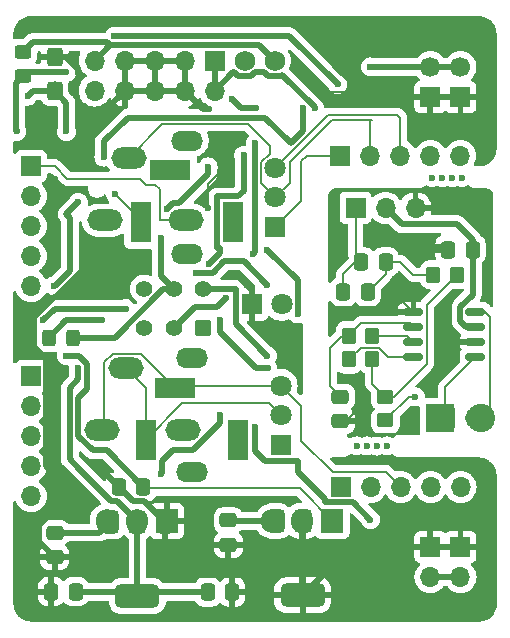
<source format=gbr>
%TF.GenerationSoftware,KiCad,Pcbnew,8.0.4*%
%TF.CreationDate,2024-08-25T20:22:04-07:00*%
%TF.ProjectId,Croissant_Protoboard,43726f69-7373-4616-9e74-5f50726f746f,rev?*%
%TF.SameCoordinates,Original*%
%TF.FileFunction,Copper,L1,Top*%
%TF.FilePolarity,Positive*%
%FSLAX46Y46*%
G04 Gerber Fmt 4.6, Leading zero omitted, Abs format (unit mm)*
G04 Created by KiCad (PCBNEW 8.0.4) date 2024-08-25 20:22:04*
%MOMM*%
%LPD*%
G01*
G04 APERTURE LIST*
G04 Aperture macros list*
%AMRoundRect*
0 Rectangle with rounded corners*
0 $1 Rounding radius*
0 $2 $3 $4 $5 $6 $7 $8 $9 X,Y pos of 4 corners*
0 Add a 4 corners polygon primitive as box body*
4,1,4,$2,$3,$4,$5,$6,$7,$8,$9,$2,$3,0*
0 Add four circle primitives for the rounded corners*
1,1,$1+$1,$2,$3*
1,1,$1+$1,$4,$5*
1,1,$1+$1,$6,$7*
1,1,$1+$1,$8,$9*
0 Add four rect primitives between the rounded corners*
20,1,$1+$1,$2,$3,$4,$5,0*
20,1,$1+$1,$4,$5,$6,$7,0*
20,1,$1+$1,$6,$7,$8,$9,0*
20,1,$1+$1,$8,$9,$2,$3,0*%
G04 Aperture macros list end*
%TA.AperFunction,SMDPad,CuDef*%
%ADD10RoundRect,0.250000X-0.337500X-0.475000X0.337500X-0.475000X0.337500X0.475000X-0.337500X0.475000X0*%
%TD*%
%TA.AperFunction,ComponentPad*%
%ADD11R,1.700000X1.700000*%
%TD*%
%TA.AperFunction,ComponentPad*%
%ADD12O,1.700000X1.700000*%
%TD*%
%TA.AperFunction,SMDPad,CuDef*%
%ADD13RoundRect,0.250000X0.337500X0.475000X-0.337500X0.475000X-0.337500X-0.475000X0.337500X-0.475000X0*%
%TD*%
%TA.AperFunction,SMDPad,CuDef*%
%ADD14RoundRect,0.250000X0.350000X0.450000X-0.350000X0.450000X-0.350000X-0.450000X0.350000X-0.450000X0*%
%TD*%
%TA.AperFunction,ComponentPad*%
%ADD15R,1.800000X1.800000*%
%TD*%
%TA.AperFunction,ComponentPad*%
%ADD16C,1.800000*%
%TD*%
%TA.AperFunction,ComponentPad*%
%ADD17R,1.905000X2.000000*%
%TD*%
%TA.AperFunction,ComponentPad*%
%ADD18O,1.905000X2.000000*%
%TD*%
%TA.AperFunction,SMDPad,CuDef*%
%ADD19RoundRect,0.250000X-0.350000X-0.450000X0.350000X-0.450000X0.350000X0.450000X-0.350000X0.450000X0*%
%TD*%
%TA.AperFunction,ComponentPad*%
%ADD20RoundRect,0.250000X-0.620000X-0.620000X0.620000X-0.620000X0.620000X0.620000X-0.620000X0.620000X0*%
%TD*%
%TA.AperFunction,ComponentPad*%
%ADD21C,1.740000*%
%TD*%
%TA.AperFunction,ComponentPad*%
%ADD22R,1.800000X3.500000*%
%TD*%
%TA.AperFunction,ComponentPad*%
%ADD23R,3.500000X1.800000*%
%TD*%
%TA.AperFunction,SMDPad,CuDef*%
%ADD24RoundRect,0.250000X0.475000X-0.337500X0.475000X0.337500X-0.475000X0.337500X-0.475000X-0.337500X0*%
%TD*%
%TA.AperFunction,ComponentPad*%
%ADD25O,2.700000X1.700000*%
%TD*%
%TA.AperFunction,SMDPad,CuDef*%
%ADD26RoundRect,0.250000X-0.325000X-0.450000X0.325000X-0.450000X0.325000X0.450000X-0.325000X0.450000X0*%
%TD*%
%TA.AperFunction,SMDPad,CuDef*%
%ADD27RoundRect,0.250000X-0.425000X0.537500X-0.425000X-0.537500X0.425000X-0.537500X0.425000X0.537500X0*%
%TD*%
%TA.AperFunction,SMDPad,CuDef*%
%ADD28RoundRect,0.375000X-0.375000X0.625000X-0.375000X-0.625000X0.375000X-0.625000X0.375000X0.625000X0*%
%TD*%
%TA.AperFunction,SMDPad,CuDef*%
%ADD29RoundRect,0.500000X-1.400000X0.500000X-1.400000X-0.500000X1.400000X-0.500000X1.400000X0.500000X0*%
%TD*%
%TA.AperFunction,ComponentPad*%
%ADD30C,1.700000*%
%TD*%
%TA.AperFunction,ComponentPad*%
%ADD31R,2.400000X2.400000*%
%TD*%
%TA.AperFunction,ComponentPad*%
%ADD32C,2.400000*%
%TD*%
%TA.AperFunction,SMDPad,CuDef*%
%ADD33RoundRect,0.250000X-0.475000X0.337500X-0.475000X-0.337500X0.475000X-0.337500X0.475000X0.337500X0*%
%TD*%
%TA.AperFunction,SMDPad,CuDef*%
%ADD34RoundRect,0.250000X-0.450000X0.350000X-0.450000X-0.350000X0.450000X-0.350000X0.450000X0.350000X0*%
%TD*%
%TA.AperFunction,ComponentPad*%
%ADD35RoundRect,0.250000X0.450000X0.450000X-0.450000X0.450000X-0.450000X-0.450000X0.450000X-0.450000X0*%
%TD*%
%TA.AperFunction,ComponentPad*%
%ADD36C,1.400000*%
%TD*%
%TA.AperFunction,SMDPad,CuDef*%
%ADD37RoundRect,0.150000X-0.675000X-0.150000X0.675000X-0.150000X0.675000X0.150000X-0.675000X0.150000X0*%
%TD*%
%TA.AperFunction,ComponentPad*%
%ADD38O,3.000000X1.800000*%
%TD*%
%TA.AperFunction,SMDPad,CuDef*%
%ADD39RoundRect,0.250000X0.450000X-0.325000X0.450000X0.325000X-0.450000X0.325000X-0.450000X-0.325000X0*%
%TD*%
%TA.AperFunction,ViaPad*%
%ADD40C,0.600000*%
%TD*%
%TA.AperFunction,Conductor*%
%ADD41C,0.500000*%
%TD*%
%TA.AperFunction,Conductor*%
%ADD42C,0.200000*%
%TD*%
G04 APERTURE END LIST*
D10*
%TO.P,C10,1*%
%TO.N,AudioIn*%
X77966275Y-66040000D03*
%TO.P,C10,2*%
%TO.N,Net-(C10-Pad2)*%
X80041275Y-66040000D03*
%TD*%
D11*
%TO.P,P2,+12V,+12V*%
%TO.N,+12v bypass*%
X65540000Y-49000000D03*
D12*
X65540000Y-51540000D03*
%TO.P,P2,-12V,-12V*%
%TO.N,-12v bypass*%
X55380000Y-49000000D03*
X55380000Y-51540000D03*
%TO.P,P2,GND,GND*%
%TO.N,Gnd*%
X63000000Y-49000000D03*
X60460000Y-49000000D03*
X57920000Y-49000000D03*
X63000000Y-51540000D03*
X60460000Y-51540000D03*
X57920000Y-51540000D03*
%TD*%
D13*
%TO.P,C5,1*%
%TO.N,Net-(D5-K)*%
X59518449Y-85100156D03*
%TO.P,C5,2*%
%TO.N,Gnd*%
X57443449Y-85100156D03*
%TD*%
D14*
%TO.P,R6,1*%
%TO.N,Net-(U5-+In)*%
X78908606Y-72278105D03*
%TO.P,R6,2*%
%TO.N,Net-(U5-Bypass)*%
X76908606Y-72278105D03*
%TD*%
D13*
%TO.P,C14,1*%
%TO.N,VCC*%
X87397500Y-65000000D03*
%TO.P,C14,2*%
%TO.N,AGnd*%
X85322500Y-65000000D03*
%TD*%
D15*
%TO.P,D6,1,K*%
%TO.N,Gnd*%
X68671500Y-69634025D03*
D16*
%TO.P,D6,2,A*%
%TO.N,Net-(D6-A)*%
X71211500Y-69634025D03*
%TD*%
D17*
%TO.P,U1,1,VI*%
%TO.N,Net-(D5-K)*%
X75510324Y-87983999D03*
D18*
%TO.P,U1,2,GND*%
%TO.N,Gnd*%
X72970324Y-87983999D03*
%TO.P,U1,3,VO*%
%TO.N,+5v*%
X70430324Y-87983999D03*
%TD*%
D14*
%TO.P,R5,1*%
%TO.N,Net-(R4-Pad2)*%
X78895578Y-74299061D03*
%TO.P,R5,2*%
%TO.N,Net-(U5--In)*%
X76895578Y-74299061D03*
%TD*%
D19*
%TO.P,R4,1*%
%TO.N,Net-(C10-Pad2)*%
X84067497Y-67121656D03*
%TO.P,R4,2*%
%TO.N,Net-(R4-Pad2)*%
X86067497Y-67121656D03*
%TD*%
D11*
%TO.P,J5,1,Pin_1*%
%TO.N,AudioIn*%
X77472723Y-61460000D03*
D12*
%TO.P,J5,2,Pin_2*%
%TO.N,VCC*%
X80012723Y-61460000D03*
%TO.P,J5,3,Pin_3*%
%TO.N,AGnd*%
X82552723Y-61460000D03*
%TD*%
D20*
%TO.P,P1,1,Pin_1*%
%TO.N,+12v bypass*%
X65540000Y-49000000D03*
D21*
%TO.P,P1,2,Pin_2*%
%TO.N,Gnd*%
X68080000Y-49000000D03*
%TO.P,P1,3,Pin_3*%
%TO.N,-12v bypass*%
X70620000Y-49000000D03*
%TD*%
D22*
%TO.P,J4,R*%
%TO.N,Net-(A2-Pin_2)*%
X59718449Y-81100156D03*
D23*
%TO.P,J4,S*%
%TO.N,Net-(A2-Pin_3)*%
X62218449Y-76700156D03*
D22*
%TO.P,J4,T*%
%TO.N,Net-(A2-Pin_1)*%
X67518449Y-81100156D03*
%TD*%
D24*
%TO.P,C12,1*%
%TO.N,AGnd*%
X76200000Y-79545000D03*
%TO.P,C12,2*%
%TO.N,Net-(U5-Bypass)*%
X76200000Y-77470000D03*
%TD*%
D25*
%TO.P,RV1,*%
%TO.N,*%
X63188260Y-65385027D03*
X63188260Y-55785027D03*
D15*
%TO.P,RV1,1,1*%
%TO.N,Net-(A1-Pin_1)*%
X70688260Y-63085027D03*
D16*
%TO.P,RV1,2,2*%
%TO.N,Net-(A1-Pin_2)*%
X70688260Y-60585027D03*
%TO.P,RV1,3,3*%
%TO.N,Net-(A1-Pin_3)*%
X70688260Y-58085027D03*
%TD*%
D13*
%TO.P,C9,1*%
%TO.N,+3.3v*%
X53772843Y-93968688D03*
%TO.P,C9,2*%
%TO.N,Gnd*%
X51697843Y-93968688D03*
%TD*%
D26*
%TO.P,D1,1,K*%
%TO.N,+12v bypass*%
X51519020Y-72460861D03*
%TO.P,D1,2,A*%
%TO.N,-12v clean*%
X53569020Y-72460861D03*
%TD*%
D27*
%TO.P,C3,1*%
%TO.N,Gnd*%
X51995534Y-48684028D03*
%TO.P,C3,2*%
%TO.N,-12v clean*%
X51995534Y-51559028D03*
%TD*%
D28*
%TO.P,U3,1,GND*%
%TO.N,Gnd*%
X61306548Y-88028448D03*
%TO.P,U3,2,VO*%
%TO.N,+3.3v*%
X59006548Y-88028448D03*
D29*
X59006548Y-94328448D03*
D28*
%TO.P,U3,3,VI*%
%TO.N,+12v*%
X56706548Y-88028448D03*
%TD*%
D30*
%TO.P,P9,1,Pin_1*%
%TO.N,+12v*%
X86357855Y-49530000D03*
D11*
%TO.P,P9,2,Pin_2*%
%TO.N,Gnd*%
X86357855Y-52070000D03*
%TD*%
D31*
%TO.P,J7,1,Pin_1*%
%TO.N,Out+*%
X84597376Y-79246295D03*
D32*
%TO.P,J7,2,Pin_2*%
%TO.N,Out-*%
X88097376Y-79246295D03*
%TD*%
D11*
%TO.P,P8,1,Pin_1*%
%TO.N,Gnd*%
X83814110Y-90170000D03*
D12*
%TO.P,P8,2,Pin_2*%
%TO.N,-12v*%
X83814110Y-92710000D03*
%TD*%
D11*
%TO.P,P10,1,Pin_1*%
%TO.N,Gnd*%
X86360000Y-90176713D03*
D12*
%TO.P,P10,2,Pin_2*%
%TO.N,-12v*%
X86360000Y-92716713D03*
%TD*%
D33*
%TO.P,C7,1*%
%TO.N,+12v*%
X52000000Y-88962500D03*
%TO.P,C7,2*%
%TO.N,Gnd*%
X52000000Y-91037500D03*
%TD*%
D11*
%TO.P,A1,1,Pin_1*%
%TO.N,Net-(A1-Pin_1)*%
X76191276Y-57069118D03*
D12*
%TO.P,A1,2,Pin_2*%
%TO.N,Net-(A1-Pin_2)*%
X78731276Y-57069118D03*
%TO.P,A1,3,Pin_3*%
%TO.N,Net-(A1-Pin_3)*%
X81271276Y-57069118D03*
%TO.P,A1,4,Pin_4*%
%TO.N,unconnected-(A1-Pin_4-Pad4)*%
X83811276Y-57069118D03*
%TO.P,A1,5,Pin_5*%
%TO.N,+3.3v*%
X86351276Y-57069118D03*
%TD*%
D30*
%TO.P,P7,1,Pin_1*%
%TO.N,+12v*%
X83811276Y-49540868D03*
D11*
%TO.P,P7,2,Pin_2*%
%TO.N,Gnd*%
X83811276Y-52080868D03*
%TD*%
%TO.P,A4,1,Pin_1*%
%TO.N,Net-(A2-Pin_1)*%
X50000000Y-75714262D03*
D12*
%TO.P,A4,2,Pin_2*%
%TO.N,Net-(A2-Pin_2)*%
X50000000Y-78254262D03*
%TO.P,A4,3,Pin_3*%
%TO.N,Net-(A2-Pin_3)*%
X50000000Y-80794262D03*
%TO.P,A4,4,Pin_4*%
%TO.N,unconnected-(A4-Pin_4-Pad4)*%
X50000000Y-83334262D03*
%TO.P,A4,5,Pin_5*%
%TO.N,+5v*%
X50000000Y-85874262D03*
%TD*%
D11*
%TO.P,A2,1,Pin_1*%
%TO.N,Net-(A2-Pin_1)*%
X76208801Y-85090000D03*
D12*
%TO.P,A2,2,Pin_2*%
%TO.N,Net-(A2-Pin_2)*%
X78748801Y-85090000D03*
%TO.P,A2,3,Pin_3*%
%TO.N,Net-(A2-Pin_3)*%
X81288801Y-85090000D03*
%TO.P,A2,4,Pin_4*%
%TO.N,unconnected-(A2-Pin_4-Pad4)*%
X83828801Y-85090000D03*
%TO.P,A2,5,Pin_5*%
%TO.N,+5v*%
X86368801Y-85090000D03*
%TD*%
D11*
%TO.P,A3,1,Pin_1*%
%TO.N,Net-(A1-Pin_1)*%
X50013691Y-57939292D03*
D12*
%TO.P,A3,2,Pin_2*%
%TO.N,Net-(A1-Pin_2)*%
X50013691Y-60479292D03*
%TO.P,A3,3,Pin_3*%
%TO.N,Net-(A1-Pin_3)*%
X50013691Y-63019292D03*
%TO.P,A3,4,Pin_4*%
%TO.N,unconnected-(A3-Pin_4-Pad4)*%
X50013691Y-65559292D03*
%TO.P,A3,5,Pin_5*%
%TO.N,+3.3v*%
X50013691Y-68099292D03*
%TD*%
D34*
%TO.P,R7,1*%
%TO.N,Net-(R4-Pad2)*%
X80010000Y-77470000D03*
%TO.P,R7,2*%
%TO.N,Out-*%
X80010000Y-79470000D03*
%TD*%
D35*
%TO.P,SW1,1,A*%
%TO.N,+12v*%
X64582831Y-71624680D03*
D36*
%TO.P,SW1,2,B*%
%TO.N,+12v clean*%
X62082831Y-71624680D03*
%TO.P,SW1,3,C*%
%TO.N,unconnected-(SW1-C-Pad3)*%
X59582831Y-71624680D03*
%TO.P,SW1,4,A*%
%TO.N,unconnected-(SW1-A-Pad4)*%
X59582831Y-68324680D03*
%TO.P,SW1,5,B*%
%TO.N,-12v clean*%
X62082831Y-68324680D03*
%TO.P,SW1,6,C*%
%TO.N,-12v*%
X64582831Y-68324680D03*
%TD*%
D28*
%TO.P,U4,1,VI*%
%TO.N,Net-(D5-K)*%
X75300000Y-87964264D03*
%TO.P,U4,2,GND*%
%TO.N,Gnd*%
X73000000Y-87964264D03*
D29*
X73000000Y-94264264D03*
D28*
%TO.P,U4,3,VO*%
%TO.N,+5v*%
X70700000Y-87964264D03*
%TD*%
D33*
%TO.P,C6,1*%
%TO.N,+5v*%
X66706548Y-87925000D03*
%TO.P,C6,2*%
%TO.N,Gnd*%
X66706548Y-90000000D03*
%TD*%
D10*
%TO.P,C8,1*%
%TO.N,+3.3v*%
X64962500Y-94000000D03*
%TO.P,C8,2*%
%TO.N,Gnd*%
X67037500Y-94000000D03*
%TD*%
D25*
%TO.P,RV2,*%
%TO.N,*%
X63656922Y-83813864D03*
X63656922Y-74213864D03*
D15*
%TO.P,RV2,1,1*%
%TO.N,Net-(A2-Pin_1)*%
X71156922Y-81513864D03*
D16*
%TO.P,RV2,2,2*%
%TO.N,Net-(A2-Pin_2)*%
X71156922Y-79013864D03*
%TO.P,RV2,3,3*%
%TO.N,Net-(A2-Pin_3)*%
X71156922Y-76513864D03*
%TD*%
D37*
%TO.P,U5,1,Shutdown*%
%TO.N,AGnd*%
X82380000Y-70257280D03*
%TO.P,U5,2,Bypass*%
%TO.N,Net-(U5-Bypass)*%
X82380000Y-71527280D03*
%TO.P,U5,3,+In*%
%TO.N,Net-(U5-+In)*%
X82380000Y-72797280D03*
%TO.P,U5,4,-In*%
%TO.N,Net-(U5--In)*%
X82380000Y-74067280D03*
%TO.P,U5,5,VO2*%
%TO.N,Out+*%
X87630000Y-74067280D03*
%TO.P,U5,6,Gnd*%
%TO.N,AGnd*%
X87630000Y-72797280D03*
%TO.P,U5,7,VDD*%
%TO.N,VCC*%
X87630000Y-71527280D03*
%TO.P,U5,8,VO1*%
%TO.N,Out-*%
X87630000Y-70257280D03*
%TD*%
D17*
%TO.P,U2,1,GND*%
%TO.N,Gnd*%
X61503159Y-87983999D03*
D18*
%TO.P,U2,2,VO*%
%TO.N,+3.3v*%
X58963159Y-87983999D03*
%TO.P,U2,3,VI*%
%TO.N,+12v*%
X56423159Y-87983999D03*
%TD*%
D38*
%TO.P,J1,R*%
%TO.N,Net-(A1-Pin_2)*%
X58251109Y-57209364D03*
%TO.P,J1,S*%
%TO.N,Net-(A1-Pin_3)*%
X56297109Y-62509364D03*
%TO.P,J1,T*%
%TO.N,Net-(A1-Pin_1)*%
X63155109Y-62509364D03*
%TD*%
D10*
%TO.P,C11,1*%
%TO.N,AudioIn*%
X76432500Y-68580000D03*
%TO.P,C11,2*%
%TO.N,Net-(C10-Pad2)*%
X78507500Y-68580000D03*
%TD*%
D22*
%TO.P,J3,R*%
%TO.N,Net-(A1-Pin_2)*%
X59292981Y-62697583D03*
D23*
%TO.P,J3,S*%
%TO.N,Net-(A1-Pin_3)*%
X61792981Y-58297583D03*
D22*
%TO.P,J3,T*%
%TO.N,Net-(A1-Pin_1)*%
X67092981Y-62697583D03*
%TD*%
D38*
%TO.P,J2,R*%
%TO.N,Net-(A2-Pin_2)*%
X58000000Y-75000000D03*
%TO.P,J2,S*%
%TO.N,Net-(A2-Pin_3)*%
X56046000Y-80300000D03*
%TO.P,J2,T*%
%TO.N,Net-(A2-Pin_1)*%
X62904000Y-80300000D03*
%TD*%
D11*
%TO.P,J6,1,Pin_1*%
%TO.N,Out+*%
X85090000Y-79240686D03*
D12*
%TO.P,J6,2,Pin_2*%
%TO.N,Out-*%
X87630000Y-79240686D03*
%TD*%
D39*
%TO.P,D4,1,K*%
%TO.N,+12v clean*%
X49342599Y-50298883D03*
%TO.P,D4,2,A*%
%TO.N,-12v bypass*%
X49342599Y-48248883D03*
%TD*%
D40*
%TO.N,*%
X84788701Y-58912857D03*
X77562583Y-81617045D03*
X86491374Y-58912857D03*
X80126801Y-81625211D03*
X78424128Y-81625211D03*
X79265257Y-81633378D03*
X85629830Y-58921024D03*
X83927156Y-58904691D03*
%TO.N,+12v*%
X65056171Y-66250001D03*
X51000000Y-71000000D03*
X68000000Y-57000000D03*
X78740000Y-49530000D03*
X58000000Y-70000000D03*
X66000000Y-79000000D03*
X61000000Y-84000000D03*
%TO.N,Gnd*%
X52000000Y-65000000D03*
X73000000Y-50000000D03*
X54000000Y-86000000D03*
X67000000Y-67000000D03*
X64992981Y-61520019D03*
X55000000Y-55000000D03*
X65070331Y-53070331D03*
X52000000Y-59000000D03*
X66986471Y-56666062D03*
X55000000Y-65000000D03*
X54000000Y-50000000D03*
X56000000Y-84000000D03*
%TO.N,-12v*%
X70000000Y-74000000D03*
X69000000Y-80000000D03*
X78740000Y-87860082D03*
%TO.N,Net-(A1-Pin_2)*%
X57150000Y-60325000D03*
%TO.N,Net-(D5-K)*%
X53000000Y-74000000D03*
%TO.N,+3.3v*%
X73000000Y-53000000D03*
X56168389Y-57168389D03*
X54000000Y-61000000D03*
X54000000Y-75000000D03*
X51973601Y-68063936D03*
%TO.N,+12v bypass*%
X70000000Y-68000000D03*
X64000000Y-67000000D03*
X74030331Y-53030331D03*
X56000000Y-71000000D03*
%TO.N,-12v bypass*%
X68775592Y-65347583D03*
X69030331Y-53030331D03*
X70000000Y-65000000D03*
X72561500Y-70438500D03*
X67000000Y-52290000D03*
X69000000Y-56000000D03*
%TO.N,+12v clean*%
X75950000Y-51020000D03*
X53000000Y-50000000D03*
X66482831Y-69074680D03*
X57043725Y-46930000D03*
X48800000Y-55000000D03*
%TO.N,-12v clean*%
X53000000Y-55000000D03*
X61523569Y-61562829D03*
X70030331Y-75030331D03*
X66000000Y-71000000D03*
X49742599Y-52000000D03*
X61000000Y-64000000D03*
X65000000Y-58000000D03*
%TO.N,AGnd*%
X81280000Y-68580000D03*
X83820000Y-64770000D03*
X85090000Y-73660000D03*
X77470000Y-78740000D03*
%TO.N,Out-*%
X82550000Y-77470000D03*
%TD*%
D41*
%TO.N,+12v*%
X61068449Y-83931551D02*
X61000000Y-84000000D01*
X66000000Y-65306172D02*
X66000000Y-64897583D01*
X65056171Y-66250001D02*
X66000000Y-65306172D01*
X55772496Y-88962500D02*
X56706548Y-88028448D01*
X52000000Y-88962500D02*
X55772496Y-88962500D01*
X86357855Y-49530000D02*
X83822144Y-49530000D01*
D42*
X83822144Y-49530000D02*
X83811276Y-49540868D01*
D41*
X51000000Y-71000000D02*
X52000000Y-70000000D01*
X66000000Y-79000000D02*
X66000000Y-79713188D01*
X65742981Y-64897583D02*
X65742981Y-60497583D01*
X66000000Y-64897583D02*
X65742981Y-64897583D01*
X65742981Y-60497583D02*
X67502417Y-60497583D01*
X66000000Y-79713188D02*
X63713188Y-82000000D01*
X63713188Y-82000000D02*
X62000000Y-82000000D01*
X67502417Y-60497583D02*
X68000000Y-60000000D01*
X62000000Y-82000000D02*
X61068449Y-82931551D01*
X61068449Y-82931551D02*
X61068449Y-83931551D01*
X78740000Y-49530000D02*
X83822144Y-49530000D01*
X52000000Y-70000000D02*
X58000000Y-70000000D01*
X68000000Y-60000000D02*
X68000000Y-57000000D01*
%TO.N,Gnd*%
X56000000Y-84000000D02*
X56343293Y-84000000D01*
X50695266Y-88304734D02*
X51825738Y-87174262D01*
D42*
X52684028Y-48684028D02*
X51995534Y-48684028D01*
X72970324Y-94234588D02*
X73000000Y-94264264D01*
D41*
X55000000Y-66098199D02*
X55000000Y-65000000D01*
X52098199Y-69000000D02*
X55000000Y-66098199D01*
X59553256Y-86275156D02*
X61306548Y-88028448D01*
D42*
X68671500Y-69634025D02*
X68671500Y-68671500D01*
X64992981Y-59425401D02*
X66986471Y-57431911D01*
D41*
X52000000Y-65000000D02*
X52000000Y-59000000D01*
D42*
X68671500Y-68671500D02*
X67000000Y-67000000D01*
X66986471Y-57431911D02*
X66986471Y-56666062D01*
X74670000Y-51670000D02*
X81682144Y-51670000D01*
D41*
X52825738Y-87174262D02*
X54000000Y-86000000D01*
X77094264Y-90170000D02*
X83814110Y-90170000D01*
X58618449Y-86275156D02*
X59553256Y-86275156D01*
X51825738Y-87174262D02*
X52825738Y-87174262D01*
X72970324Y-87983999D02*
X72970324Y-94234588D01*
X56343293Y-84000000D02*
X57443449Y-85100156D01*
D42*
X81682144Y-51670000D02*
X82093012Y-52080868D01*
D41*
X54000000Y-86000000D02*
X51300000Y-83300000D01*
X52000000Y-91037500D02*
X50695266Y-89732766D01*
X57443449Y-85100156D02*
X58618449Y-86275156D01*
X50250000Y-73250000D02*
X50250000Y-70689339D01*
X73000000Y-94264264D02*
X77094264Y-90170000D01*
X83814110Y-90170000D02*
X86353287Y-90170000D01*
X51300000Y-83300000D02*
X51300000Y-74300000D01*
X64530331Y-53070331D02*
X63000000Y-51540000D01*
X50695266Y-89732766D02*
X50695266Y-88304734D01*
D42*
X73000000Y-50000000D02*
X74670000Y-51670000D01*
D41*
X55000000Y-55000000D02*
X55000000Y-54460000D01*
X50250000Y-70689339D02*
X51939339Y-69000000D01*
X55000000Y-54460000D02*
X57920000Y-51540000D01*
X65070331Y-53070331D02*
X64530331Y-53070331D01*
D42*
X54000000Y-50000000D02*
X52684028Y-48684028D01*
D41*
X51939339Y-69000000D02*
X52098199Y-69000000D01*
X51300000Y-74300000D02*
X50250000Y-73250000D01*
D42*
X82093012Y-52080868D02*
X83811276Y-52080868D01*
X64992981Y-61520019D02*
X64992981Y-59425401D01*
D41*
%TO.N,-12v*%
X85096713Y-92716713D02*
X85090000Y-92710000D01*
X77269918Y-86390000D02*
X74908801Y-86390000D01*
X72637043Y-82863864D02*
X69806922Y-82863864D01*
X70000000Y-74000000D02*
X67321500Y-71321500D01*
X74908801Y-86090000D02*
X72637043Y-83818242D01*
X86360000Y-92716713D02*
X83820823Y-92716713D01*
X72637043Y-83818242D02*
X72637043Y-82863864D01*
X67321500Y-71321500D02*
X67321500Y-68324680D01*
X67321500Y-68324680D02*
X64582831Y-68324680D01*
X74908801Y-86390000D02*
X74908801Y-86090000D01*
X69806922Y-82863864D02*
X69000000Y-82056942D01*
X69000000Y-82056942D02*
X69000000Y-80000000D01*
X78740000Y-87860082D02*
X77269918Y-86390000D01*
D42*
%TO.N,Net-(A1-Pin_1)*%
X63155109Y-62509364D02*
X60891109Y-62509364D01*
X59742981Y-59497583D02*
X59245398Y-59000000D01*
X52008957Y-57939292D02*
X50013691Y-57939292D01*
X53069665Y-59000000D02*
X52008957Y-57939292D01*
X59245398Y-59000000D02*
X53069665Y-59000000D01*
X76191276Y-57069118D02*
X73349596Y-57069118D01*
X72894801Y-57523913D02*
X72894801Y-60878486D01*
X60891109Y-59868236D02*
X60520456Y-59497583D01*
X73349596Y-57069118D02*
X72894801Y-57523913D01*
X60520456Y-59497583D02*
X59742981Y-59497583D01*
X60891109Y-62509364D02*
X60891109Y-59868236D01*
X72894801Y-60878486D02*
X70688260Y-63085027D01*
%TO.N,Net-(A1-Pin_3)*%
X81008172Y-53600000D02*
X81271276Y-53863104D01*
X81271276Y-53863104D02*
X81271276Y-57069118D01*
X75177818Y-53600000D02*
X81008172Y-53600000D01*
X70688260Y-58085027D02*
X70692791Y-58085027D01*
X70692791Y-58085027D02*
X75177818Y-53600000D01*
%TO.N,Net-(A1-Pin_2)*%
X70191203Y-56191203D02*
X70191203Y-56885027D01*
X59292981Y-62467981D02*
X57150000Y-60325000D01*
X70191203Y-56885027D02*
X69488260Y-57587970D01*
X69488260Y-59385027D02*
X70688260Y-60585027D01*
X61085446Y-54375027D02*
X68375027Y-54375027D01*
X75476230Y-54000000D02*
X71888260Y-57587970D01*
X59292981Y-62697583D02*
X59292981Y-62467981D01*
X71888260Y-59385027D02*
X70688260Y-60585027D01*
X78731276Y-54136896D02*
X78731276Y-57069118D01*
X71888260Y-57587970D02*
X71888260Y-59385027D01*
X78868172Y-54000000D02*
X75476230Y-54000000D01*
X69488260Y-57587970D02*
X69488260Y-59385027D01*
X68375027Y-54375027D02*
X70191203Y-56191203D01*
X58251109Y-57209364D02*
X61085446Y-54375027D01*
X78868172Y-54000000D02*
X78731276Y-54136896D01*
%TO.N,Net-(A2-Pin_2)*%
X62818605Y-78000000D02*
X59718449Y-81100156D01*
X59718449Y-81100156D02*
X59718449Y-76718449D01*
X71156922Y-79013864D02*
X70143058Y-78000000D01*
X59718449Y-76718449D02*
X58000000Y-75000000D01*
X70143058Y-78000000D02*
X62818605Y-78000000D01*
%TO.N,Net-(A2-Pin_3)*%
X56190000Y-74512944D02*
X56190000Y-80156000D01*
X71156922Y-76513864D02*
X62404741Y-76513864D01*
X71156922Y-76513864D02*
X72894801Y-78251743D01*
X72894801Y-78251743D02*
X72894801Y-81185262D01*
X62218449Y-76700156D02*
X59318293Y-73800000D01*
X56190000Y-80156000D02*
X56046000Y-80300000D01*
X72894801Y-81185262D02*
X75529539Y-83820000D01*
X59318293Y-73800000D02*
X56902944Y-73800000D01*
X56902944Y-73800000D02*
X56190000Y-74512944D01*
X80018801Y-83820000D02*
X81288801Y-85090000D01*
X75529539Y-83820000D02*
X80018801Y-83820000D01*
X62404741Y-76513864D02*
X62218449Y-76700156D01*
D41*
%TO.N,Net-(D5-K)*%
X54750000Y-76825786D02*
X54750000Y-74689339D01*
X55236812Y-82000000D02*
X56418293Y-82000000D01*
X54750000Y-74689339D02*
X54060661Y-74000000D01*
D42*
X68000000Y-85223864D02*
X59642157Y-85223864D01*
D41*
X54000000Y-80763188D02*
X55236812Y-82000000D01*
X56418293Y-82000000D02*
X59518449Y-85100156D01*
D42*
X59642157Y-85223864D02*
X59518449Y-85100156D01*
D41*
X54060661Y-74000000D02*
X53000000Y-74000000D01*
D42*
X75510324Y-87983999D02*
X72750189Y-85223864D01*
D41*
X54000000Y-80763188D02*
X54000000Y-77575786D01*
X54000000Y-77575786D02*
X54750000Y-76825786D01*
D42*
X72750189Y-85223864D02*
X68000000Y-85223864D01*
D41*
%TO.N,+5v*%
X70430324Y-87983999D02*
X66765547Y-87983999D01*
X66765547Y-87983999D02*
X66706548Y-87925000D01*
%TO.N,+3.3v*%
X56168389Y-55831611D02*
X58174973Y-53825027D01*
X53300000Y-82766085D02*
X53300000Y-76700000D01*
X69825027Y-53825027D02*
X72000000Y-56000000D01*
X56168389Y-57168389D02*
X56168389Y-55831611D01*
X52044313Y-68063936D02*
X51973601Y-68063936D01*
X53000000Y-62000000D02*
X53308957Y-62308957D01*
X54096000Y-83562085D02*
X56809071Y-86275156D01*
X54000000Y-76000000D02*
X54000000Y-75000000D01*
X56809071Y-86275156D02*
X57254316Y-86275156D01*
X58646788Y-93968688D02*
X59006548Y-94328448D01*
X53308957Y-66799292D02*
X52044313Y-68063936D01*
X64962500Y-94000000D02*
X59334996Y-94000000D01*
X58174973Y-53825027D02*
X69825027Y-53825027D01*
X59334996Y-94000000D02*
X59006548Y-94328448D01*
X53772843Y-93968688D02*
X58646788Y-93968688D01*
X53308957Y-62308957D02*
X53308957Y-66799292D01*
D42*
X58730048Y-87983999D02*
X58963159Y-87983999D01*
D41*
X54096000Y-83562085D02*
X53300000Y-82766085D01*
X59006548Y-94328448D02*
X59006548Y-88028448D01*
X73000000Y-55000000D02*
X73000000Y-53000000D01*
X72000000Y-56000000D02*
X73000000Y-55000000D01*
X53300000Y-76700000D02*
X54000000Y-76000000D01*
X57254316Y-86275156D02*
X58963159Y-87983999D01*
X54000000Y-61000000D02*
X53000000Y-62000000D01*
%TO.N,+12v bypass*%
X74030331Y-52969670D02*
X74030331Y-53030331D01*
X71166762Y-50320000D02*
X71273712Y-50213051D01*
X69753238Y-50000000D02*
X70073238Y-50320000D01*
X67213238Y-50000000D02*
X67533238Y-50320000D01*
X67080000Y-50000000D02*
X67213238Y-50000000D01*
X68000000Y-66000000D02*
X70000000Y-68000000D01*
X67533238Y-50320000D02*
X68626762Y-50320000D01*
X64000000Y-67000000D02*
X65366833Y-67000000D01*
X68946762Y-50000000D02*
X69753238Y-50000000D01*
X70073238Y-50320000D02*
X71166762Y-50320000D01*
X71273712Y-50213051D02*
X74030331Y-52969670D01*
X68626762Y-50320000D02*
X68946762Y-50000000D01*
X56000000Y-71000000D02*
X52979881Y-71000000D01*
X65366833Y-67000000D02*
X66366833Y-66000000D01*
X65540000Y-51540000D02*
X67080000Y-50000000D01*
X52979881Y-71000000D02*
X51519020Y-72460861D01*
X65540000Y-51540000D02*
X65540000Y-49000000D01*
X66366833Y-66000000D02*
X68000000Y-66000000D01*
%TO.N,-12v bypass*%
X68938260Y-56061740D02*
X69000000Y-56000000D01*
X50144954Y-47446528D02*
X56466528Y-47446528D01*
X69030331Y-53030331D02*
X67740331Y-53030331D01*
X68775592Y-65347583D02*
X68938260Y-65184915D01*
X56466528Y-47446528D02*
X56700000Y-47680000D01*
X67740331Y-53030331D02*
X67000000Y-52290000D01*
X72561500Y-67561500D02*
X70000000Y-65000000D01*
X49342599Y-48248883D02*
X50144954Y-47446528D01*
X55380000Y-49000000D02*
X56700000Y-47680000D01*
X56700000Y-47680000D02*
X69300000Y-47680000D01*
X69300000Y-47680000D02*
X70620000Y-49000000D01*
X68938260Y-65184915D02*
X68938260Y-56061740D01*
X72561500Y-70438500D02*
X72561500Y-67561500D01*
%TO.N,+12v clean*%
X49641482Y-50000000D02*
X49342599Y-50298883D01*
X53000000Y-50000000D02*
X49641482Y-50000000D01*
X71860000Y-46930000D02*
X57043725Y-46930000D01*
X71860000Y-46930000D02*
X75950000Y-51020000D01*
X63886418Y-69821093D02*
X62082831Y-71624680D01*
X48800000Y-55000000D02*
X48750000Y-54950000D01*
X48750000Y-50891482D02*
X49342599Y-50298883D01*
X63886418Y-69821093D02*
X65736418Y-69821093D01*
X48750000Y-54950000D02*
X48750000Y-50891482D01*
X65736418Y-69821093D02*
X66482831Y-69074680D01*
%TO.N,-12v clean*%
X62554166Y-61086398D02*
X65000000Y-58640564D01*
X69030331Y-75030331D02*
X67000000Y-73000000D01*
X65000000Y-58640564D02*
X65000000Y-58000000D01*
X51995534Y-51559028D02*
X51995534Y-51004466D01*
X62082831Y-68324680D02*
X61000000Y-67241849D01*
X62000000Y-61086398D02*
X62554166Y-61086398D01*
X70030331Y-75030331D02*
X69030331Y-75030331D01*
X66000000Y-72000000D02*
X66000000Y-71000000D01*
X51995534Y-51559028D02*
X50183571Y-51559028D01*
X62082831Y-68324680D02*
X61209177Y-68324680D01*
X61000000Y-67241849D02*
X61000000Y-64000000D01*
X61209177Y-68324680D02*
X57072996Y-72460861D01*
X50183571Y-51559028D02*
X49742599Y-52000000D01*
X61523569Y-61562829D02*
X62000000Y-61086398D01*
X53000000Y-52563494D02*
X51995534Y-51559028D01*
X67000000Y-73000000D02*
X66000000Y-72000000D01*
X57072996Y-72460861D02*
X53569020Y-72460861D01*
X53000000Y-55000000D02*
X53000000Y-52563494D01*
D42*
%TO.N,Net-(C10-Pad2)*%
X80041275Y-67046225D02*
X78507500Y-68580000D01*
X82361656Y-67121656D02*
X84067497Y-67121656D01*
X81280000Y-66040000D02*
X82361656Y-67121656D01*
X80041275Y-66040000D02*
X81280000Y-66040000D01*
X80041275Y-66040000D02*
X80041275Y-67046225D01*
%TO.N,AudioIn*%
X77472723Y-61460000D02*
X77472723Y-65546448D01*
X77472723Y-65546448D02*
X77966275Y-66040000D01*
X77966275Y-66040000D02*
X77470000Y-66040000D01*
X76432500Y-67077500D02*
X76432500Y-68580000D01*
X77470000Y-66040000D02*
X76432500Y-67077500D01*
%TO.N,AGnd*%
X85090000Y-73660000D02*
X85952720Y-72797280D01*
X85952720Y-72797280D02*
X87630000Y-72797280D01*
X81280000Y-68580000D02*
X81280000Y-69157280D01*
X81280000Y-69157280D02*
X82380000Y-70257280D01*
D41*
X83820000Y-64770000D02*
X85092500Y-64770000D01*
D42*
X76200000Y-79545000D02*
X76665000Y-79545000D01*
X76665000Y-79545000D02*
X77470000Y-78740000D01*
X85092500Y-64770000D02*
X85322500Y-65000000D01*
%TO.N,Net-(U5-Bypass)*%
X82080001Y-71227281D02*
X77959430Y-71227281D01*
X75278376Y-76548376D02*
X75278376Y-73311624D01*
X75278376Y-73311624D02*
X76311895Y-72278105D01*
X82380000Y-71527280D02*
X82080001Y-71227281D01*
X76311895Y-72278105D02*
X76908606Y-72278105D01*
X76200000Y-77470000D02*
X75278376Y-76548376D01*
X77959430Y-71227281D02*
X76908606Y-72278105D01*
D41*
%TO.N,VCC*%
X86071076Y-62850000D02*
X87397500Y-64176424D01*
X86355000Y-69854596D02*
X86355000Y-71077279D01*
X87397500Y-65000000D02*
X87397500Y-68812096D01*
X86071076Y-62850000D02*
X81402723Y-62850000D01*
X87397500Y-64176424D02*
X87397500Y-65000000D01*
X86355000Y-71077279D02*
X86805001Y-71527280D01*
X86805001Y-71527280D02*
X87630000Y-71527280D01*
X81402723Y-62850000D02*
X80012723Y-61460000D01*
X87397500Y-68812096D02*
X86355000Y-69854596D01*
D42*
%TO.N,Out+*%
X87630000Y-74067280D02*
X85090000Y-76607280D01*
X85090000Y-76607280D02*
X85090000Y-79240686D01*
X84602985Y-79240686D02*
X84597376Y-79246295D01*
X85090000Y-79240686D02*
X84602985Y-79240686D01*
%TO.N,Out-*%
X87635609Y-79246295D02*
X87630000Y-79240686D01*
X87630000Y-70257280D02*
X88454999Y-70257280D01*
X82010000Y-77470000D02*
X82550000Y-77470000D01*
X80010000Y-79470000D02*
X82010000Y-77470000D01*
X88454999Y-70257280D02*
X88900000Y-70702281D01*
X88900000Y-78443671D02*
X88097376Y-79246295D01*
X88900000Y-70702281D02*
X88900000Y-78443671D01*
X88097376Y-79246295D02*
X87635609Y-79246295D01*
%TO.N,Net-(R4-Pad2)*%
X83505000Y-69684153D02*
X83505000Y-74675000D01*
X83505000Y-74675000D02*
X80710000Y-77470000D01*
X78895578Y-74299061D02*
X78895578Y-76355578D01*
X86067497Y-67121656D02*
X83505000Y-69684153D01*
X78895578Y-76355578D02*
X80010000Y-77470000D01*
X80710000Y-77470000D02*
X80010000Y-77470000D01*
X79370307Y-74208105D02*
X79178420Y-74016218D01*
%TO.N,Net-(U5--In)*%
X82380000Y-74067280D02*
X80248541Y-74067280D01*
X79480322Y-73299061D02*
X77895578Y-73299061D01*
X77895578Y-73299061D02*
X76895578Y-74299061D01*
X80248541Y-74067280D02*
X79480322Y-73299061D01*
%TO.N,Net-(U5-+In)*%
X78908606Y-72278105D02*
X81860825Y-72278105D01*
X81860825Y-72278105D02*
X82380000Y-72797280D01*
%TD*%
%TA.AperFunction,Conductor*%
%TO.N,AGnd*%
G36*
X77938912Y-75219609D02*
G01*
X77983259Y-75248110D01*
X78076922Y-75341773D01*
X78226244Y-75433875D01*
X78226245Y-75433875D01*
X78232391Y-75437666D01*
X78231284Y-75439460D01*
X78275915Y-75478748D01*
X78295078Y-75544969D01*
X78295078Y-76268908D01*
X78295077Y-76268926D01*
X78295077Y-76434632D01*
X78295076Y-76434632D01*
X78317954Y-76520010D01*
X78336001Y-76587363D01*
X78359136Y-76627433D01*
X78393144Y-76686337D01*
X78415057Y-76724293D01*
X78533927Y-76843163D01*
X78533933Y-76843168D01*
X78773181Y-77082416D01*
X78806666Y-77143739D01*
X78809500Y-77170097D01*
X78809500Y-77870001D01*
X78809501Y-77870019D01*
X78820000Y-77972796D01*
X78820001Y-77972799D01*
X78875185Y-78139331D01*
X78875187Y-78139336D01*
X78894053Y-78169922D01*
X78959213Y-78275565D01*
X78967289Y-78288657D01*
X79060951Y-78382319D01*
X79094436Y-78443642D01*
X79089452Y-78513334D01*
X79060951Y-78557681D01*
X78967289Y-78651342D01*
X78875187Y-78800663D01*
X78875186Y-78800666D01*
X78820001Y-78967203D01*
X78820001Y-78967204D01*
X78820000Y-78967204D01*
X78809500Y-79069983D01*
X78809500Y-79870001D01*
X78809501Y-79870019D01*
X78820000Y-79972796D01*
X78820001Y-79972799D01*
X78866157Y-80112087D01*
X78875186Y-80139334D01*
X78967288Y-80288656D01*
X79091344Y-80412712D01*
X79240666Y-80504814D01*
X79407203Y-80559999D01*
X79509991Y-80570500D01*
X80510008Y-80570499D01*
X80510016Y-80570498D01*
X80510019Y-80570498D01*
X80595254Y-80561791D01*
X80612797Y-80559999D01*
X80779334Y-80504814D01*
X80928656Y-80412712D01*
X81052712Y-80288656D01*
X81144814Y-80139334D01*
X81199999Y-79972797D01*
X81210500Y-79870009D01*
X81210499Y-79170095D01*
X81230183Y-79103057D01*
X81246813Y-79082420D01*
X82095729Y-78233504D01*
X82157050Y-78200021D01*
X82224360Y-78204145D01*
X82308267Y-78233506D01*
X82370740Y-78255367D01*
X82370750Y-78255369D01*
X82549996Y-78275565D01*
X82550000Y-78275565D01*
X82550004Y-78275565D01*
X82729249Y-78255369D01*
X82729250Y-78255368D01*
X82729255Y-78255368D01*
X82731921Y-78254434D01*
X82733753Y-78254341D01*
X82736037Y-78253820D01*
X82736128Y-78254220D01*
X82801699Y-78250872D01*
X82862326Y-78285600D01*
X82894554Y-78347593D01*
X82896876Y-78371476D01*
X82896876Y-80494165D01*
X82896877Y-80494171D01*
X82904114Y-80561491D01*
X82901317Y-80561791D01*
X82898282Y-80618252D01*
X82857407Y-80674917D01*
X82792384Y-80700488D01*
X82781383Y-80700980D01*
X81288919Y-80701359D01*
X81186565Y-80701359D01*
X81003298Y-80737813D01*
X81003290Y-80737815D01*
X80830656Y-80809321D01*
X80830643Y-80809328D01*
X80675280Y-80913139D01*
X80670573Y-80917003D01*
X80669437Y-80915619D01*
X80615509Y-80945054D01*
X80545818Y-80940057D01*
X80523201Y-80928877D01*
X80476324Y-80899422D01*
X80306055Y-80839842D01*
X80306050Y-80839841D01*
X80126805Y-80819646D01*
X80126797Y-80819646D01*
X79947551Y-80839841D01*
X79947538Y-80839844D01*
X79777281Y-80899420D01*
X79755500Y-80913106D01*
X79688263Y-80932105D01*
X79623558Y-80913105D01*
X79614779Y-80907588D01*
X79614775Y-80907587D01*
X79444519Y-80848011D01*
X79444506Y-80848008D01*
X79265261Y-80827813D01*
X79265253Y-80827813D01*
X79086007Y-80848008D01*
X79085994Y-80848011D01*
X78915735Y-80907588D01*
X78909463Y-80910609D01*
X78908726Y-80909079D01*
X78849905Y-80925690D01*
X78785222Y-80906692D01*
X78773651Y-80899422D01*
X78773649Y-80899421D01*
X78603390Y-80839844D01*
X78603377Y-80839841D01*
X78424132Y-80819646D01*
X78424124Y-80819646D01*
X78244878Y-80839841D01*
X78244865Y-80839844D01*
X78074606Y-80899421D01*
X78065821Y-80904941D01*
X77998583Y-80923939D01*
X77933880Y-80904938D01*
X77912107Y-80891256D01*
X77741837Y-80831676D01*
X77741832Y-80831675D01*
X77562587Y-80811480D01*
X77562579Y-80811480D01*
X77383333Y-80831675D01*
X77383328Y-80831676D01*
X77213057Y-80891257D01*
X77110017Y-80956001D01*
X77042780Y-80975001D01*
X76975945Y-80954633D01*
X76956366Y-80938690D01*
X76946553Y-80928877D01*
X76930822Y-80913146D01*
X76930816Y-80913142D01*
X76833337Y-80848008D01*
X76816361Y-80836665D01*
X76771557Y-80783054D01*
X76762850Y-80713729D01*
X76793004Y-80650702D01*
X76846249Y-80615858D01*
X76994119Y-80566858D01*
X76994124Y-80566856D01*
X77143345Y-80474815D01*
X77267315Y-80350845D01*
X77359356Y-80201624D01*
X77359358Y-80201619D01*
X77414505Y-80035197D01*
X77414506Y-80035190D01*
X77424999Y-79932486D01*
X77425000Y-79932473D01*
X77425000Y-79795000D01*
X76074000Y-79795000D01*
X76006961Y-79775315D01*
X75961206Y-79722511D01*
X75950000Y-79671000D01*
X75950000Y-79419000D01*
X75969685Y-79351961D01*
X76022489Y-79306206D01*
X76074000Y-79295000D01*
X77424999Y-79295000D01*
X77424999Y-79157528D01*
X77424998Y-79157513D01*
X77414505Y-79054802D01*
X77359358Y-78888380D01*
X77359356Y-78888375D01*
X77267315Y-78739154D01*
X77143344Y-78615183D01*
X77143341Y-78615181D01*
X77140339Y-78613329D01*
X77138713Y-78611521D01*
X77137677Y-78610702D01*
X77137817Y-78610524D01*
X77093617Y-78561380D01*
X77082397Y-78492417D01*
X77110243Y-78428336D01*
X77140344Y-78402254D01*
X77143656Y-78400212D01*
X77267712Y-78276156D01*
X77359814Y-78126834D01*
X77414999Y-77960297D01*
X77425500Y-77857509D01*
X77425499Y-77082492D01*
X77414999Y-76979703D01*
X77359814Y-76813166D01*
X77267712Y-76663844D01*
X77143656Y-76539788D01*
X76994334Y-76447686D01*
X76827797Y-76392501D01*
X76827795Y-76392500D01*
X76725016Y-76382000D01*
X76725009Y-76382000D01*
X76012597Y-76382000D01*
X75945558Y-76362315D01*
X75924916Y-76345681D01*
X75915195Y-76335960D01*
X75881710Y-76274637D01*
X75878876Y-76248279D01*
X75878876Y-75441304D01*
X75898561Y-75374265D01*
X75951365Y-75328510D01*
X76020523Y-75318566D01*
X76069709Y-75339708D01*
X76070775Y-75337981D01*
X76076920Y-75341771D01*
X76076922Y-75341773D01*
X76226244Y-75433875D01*
X76392781Y-75489060D01*
X76495569Y-75499561D01*
X77295586Y-75499560D01*
X77295594Y-75499559D01*
X77295597Y-75499559D01*
X77351880Y-75493809D01*
X77398375Y-75489060D01*
X77564912Y-75433875D01*
X77714234Y-75341773D01*
X77807897Y-75248110D01*
X77869220Y-75214625D01*
X77938912Y-75219609D01*
G37*
%TD.AperFunction*%
%TA.AperFunction,Conductor*%
G36*
X86579090Y-68330542D02*
G01*
X86629975Y-68378422D01*
X86647000Y-68441131D01*
X86647000Y-68449865D01*
X86627315Y-68516904D01*
X86610681Y-68537546D01*
X85772050Y-69376176D01*
X85772044Y-69376184D01*
X85722812Y-69449864D01*
X85722813Y-69449865D01*
X85689921Y-69499092D01*
X85689914Y-69499104D01*
X85633342Y-69635682D01*
X85633340Y-69635688D01*
X85604500Y-69780675D01*
X85604500Y-69780678D01*
X85604500Y-71151197D01*
X85604500Y-71151199D01*
X85604499Y-71151199D01*
X85633340Y-71296186D01*
X85633343Y-71296196D01*
X85689914Y-71432772D01*
X85689915Y-71432774D01*
X85703672Y-71453363D01*
X85772046Y-71555693D01*
X85772052Y-71555700D01*
X86222050Y-72005696D01*
X86326585Y-72110231D01*
X86365804Y-72136436D01*
X86410608Y-72190047D01*
X86419317Y-72259372D01*
X86403645Y-72302658D01*
X86353719Y-72387079D01*
X86307899Y-72544793D01*
X86307704Y-72547278D01*
X86307705Y-72547280D01*
X87756000Y-72547280D01*
X87823039Y-72566965D01*
X87868794Y-72619769D01*
X87880000Y-72671280D01*
X87880000Y-72923280D01*
X87860315Y-72990319D01*
X87807511Y-73036074D01*
X87756000Y-73047280D01*
X86307705Y-73047280D01*
X86307704Y-73047281D01*
X86307899Y-73049766D01*
X86353718Y-73207478D01*
X86437314Y-73348832D01*
X86442100Y-73355002D01*
X86439640Y-73356909D01*
X86466210Y-73405568D01*
X86461226Y-73475260D01*
X86440162Y-73508061D01*
X86441699Y-73509254D01*
X86436915Y-73515420D01*
X86353255Y-73656883D01*
X86353254Y-73656886D01*
X86307402Y-73814706D01*
X86307401Y-73814712D01*
X86304500Y-73851578D01*
X86304500Y-74282981D01*
X86307401Y-74319847D01*
X86307402Y-74319853D01*
X86336648Y-74420514D01*
X86336449Y-74490383D01*
X86305253Y-74542790D01*
X84721286Y-76126758D01*
X84609481Y-76238562D01*
X84609477Y-76238567D01*
X84587568Y-76276517D01*
X84587566Y-76276521D01*
X84574218Y-76299641D01*
X84538033Y-76362315D01*
X84530423Y-76375495D01*
X84489499Y-76528223D01*
X84489499Y-76528225D01*
X84489499Y-76696326D01*
X84489500Y-76696339D01*
X84489500Y-77421795D01*
X84469815Y-77488834D01*
X84417011Y-77534589D01*
X84365500Y-77545795D01*
X83474918Y-77545795D01*
X83407879Y-77526110D01*
X83362124Y-77473306D01*
X83351698Y-77435678D01*
X83335369Y-77290750D01*
X83335368Y-77290745D01*
X83275788Y-77120476D01*
X83179815Y-76967737D01*
X83052262Y-76840184D01*
X82899523Y-76744211D01*
X82729254Y-76684631D01*
X82729250Y-76684630D01*
X82639422Y-76674509D01*
X82575008Y-76647442D01*
X82535453Y-76589847D01*
X82533316Y-76520010D01*
X82565623Y-76463610D01*
X83873713Y-75155521D01*
X83873716Y-75155520D01*
X83985520Y-75043716D01*
X84035639Y-74956904D01*
X84064577Y-74906785D01*
X84105501Y-74754057D01*
X84105501Y-74595943D01*
X84105501Y-74588348D01*
X84105500Y-74588330D01*
X84105500Y-69984249D01*
X84125185Y-69917210D01*
X84141814Y-69896573D01*
X85679913Y-68358473D01*
X85741236Y-68324989D01*
X85767594Y-68322155D01*
X86467499Y-68322155D01*
X86467505Y-68322155D01*
X86510398Y-68317773D01*
X86579090Y-68330542D01*
G37*
%TD.AperFunction*%
%TA.AperFunction,Conductor*%
G36*
X81227867Y-66837810D02*
G01*
X81236093Y-66845328D01*
X81992940Y-67602176D01*
X81992942Y-67602177D01*
X81992946Y-67602180D01*
X82109172Y-67669282D01*
X82129872Y-67681233D01*
X82282599Y-67722157D01*
X82282601Y-67722157D01*
X82448310Y-67722157D01*
X82448326Y-67722156D01*
X82887196Y-67722156D01*
X82954235Y-67741841D01*
X82999990Y-67794645D01*
X83004900Y-67807148D01*
X83032683Y-67890990D01*
X83124785Y-68040312D01*
X83248841Y-68164368D01*
X83398163Y-68256470D01*
X83564700Y-68311655D01*
X83667488Y-68322156D01*
X83718399Y-68322155D01*
X83785437Y-68341838D01*
X83831192Y-68394641D01*
X83841137Y-68463800D01*
X83812113Y-68527356D01*
X83806080Y-68533836D01*
X83136286Y-69203631D01*
X83024481Y-69315435D01*
X83024479Y-69315438D01*
X82978519Y-69395045D01*
X82978403Y-69395246D01*
X82927851Y-69443477D01*
X82870996Y-69457280D01*
X82630000Y-69457280D01*
X82630000Y-70383280D01*
X82610315Y-70450319D01*
X82557511Y-70496074D01*
X82506000Y-70507280D01*
X81057705Y-70507280D01*
X81052387Y-70513032D01*
X81042219Y-70561432D01*
X80993167Y-70611187D01*
X80932967Y-70626781D01*
X78046100Y-70626781D01*
X78046084Y-70626780D01*
X78038488Y-70626780D01*
X77880373Y-70626780D01*
X77804009Y-70647242D01*
X77727644Y-70667704D01*
X77727639Y-70667707D01*
X77590720Y-70746756D01*
X77590712Y-70746762D01*
X77296188Y-71041286D01*
X77234865Y-71074771D01*
X77208507Y-71077605D01*
X76508604Y-71077605D01*
X76508586Y-71077606D01*
X76405809Y-71088105D01*
X76405806Y-71088106D01*
X76239274Y-71143290D01*
X76239269Y-71143292D01*
X76089948Y-71235394D01*
X75965895Y-71359447D01*
X75873793Y-71508768D01*
X75873791Y-71508773D01*
X75858243Y-71555695D01*
X75818607Y-71675308D01*
X75818607Y-71675309D01*
X75818606Y-71675309D01*
X75808106Y-71778088D01*
X75808106Y-71881295D01*
X75788421Y-71948334D01*
X75771787Y-71968976D01*
X75390557Y-72350206D01*
X75329234Y-72383691D01*
X75259542Y-72378707D01*
X75203609Y-72336835D01*
X75179192Y-72271371D01*
X75178876Y-72262525D01*
X75178876Y-70007278D01*
X81057704Y-70007278D01*
X81057705Y-70007280D01*
X82130000Y-70007280D01*
X82130000Y-69457280D01*
X81639350Y-69457280D01*
X81602510Y-69460179D01*
X81602504Y-69460180D01*
X81444806Y-69505996D01*
X81444803Y-69505997D01*
X81303447Y-69589594D01*
X81303438Y-69589601D01*
X81187321Y-69705718D01*
X81187314Y-69705727D01*
X81103718Y-69847081D01*
X81057899Y-70004793D01*
X81057704Y-70007278D01*
X75178876Y-70007278D01*
X75178876Y-69436558D01*
X75198561Y-69369519D01*
X75251365Y-69323764D01*
X75320523Y-69313820D01*
X75384079Y-69342845D01*
X75408415Y-69371462D01*
X75410185Y-69374331D01*
X75410186Y-69374334D01*
X75456773Y-69449864D01*
X75499590Y-69519283D01*
X75502288Y-69523656D01*
X75626344Y-69647712D01*
X75775666Y-69739814D01*
X75942203Y-69794999D01*
X76044991Y-69805500D01*
X76820008Y-69805499D01*
X76820016Y-69805498D01*
X76820019Y-69805498D01*
X76876302Y-69799748D01*
X76922797Y-69794999D01*
X77089334Y-69739814D01*
X77238656Y-69647712D01*
X77362712Y-69523656D01*
X77364461Y-69520819D01*
X77366169Y-69519283D01*
X77367193Y-69517989D01*
X77367414Y-69518163D01*
X77416406Y-69474096D01*
X77485368Y-69462872D01*
X77549451Y-69490713D01*
X77575537Y-69520817D01*
X77577288Y-69523656D01*
X77701344Y-69647712D01*
X77850666Y-69739814D01*
X78017203Y-69794999D01*
X78119991Y-69805500D01*
X78895008Y-69805499D01*
X78895016Y-69805498D01*
X78895019Y-69805498D01*
X78951302Y-69799748D01*
X78997797Y-69794999D01*
X79164334Y-69739814D01*
X79313656Y-69647712D01*
X79437712Y-69523656D01*
X79529814Y-69374334D01*
X79584999Y-69207797D01*
X79595500Y-69105009D01*
X79595499Y-68392595D01*
X79615183Y-68325557D01*
X79631813Y-68304920D01*
X80399781Y-67536953D01*
X80399786Y-67536949D01*
X80409989Y-67526745D01*
X80409991Y-67526745D01*
X80521795Y-67414941D01*
X80600852Y-67278009D01*
X80600854Y-67277998D01*
X80601209Y-67277146D01*
X80601709Y-67276524D01*
X80604916Y-67270971D01*
X80605781Y-67271470D01*
X80645046Y-67222740D01*
X80676770Y-67206884D01*
X80698109Y-67199814D01*
X80847431Y-67107712D01*
X80971487Y-66983656D01*
X81042877Y-66867912D01*
X81094822Y-66821190D01*
X81163784Y-66809967D01*
X81227867Y-66837810D01*
G37*
%TD.AperFunction*%
%TA.AperFunction,Conductor*%
G36*
X87085312Y-59570678D02*
G01*
X87104893Y-59586624D01*
X87130743Y-59612477D01*
X87130746Y-59612479D01*
X87130745Y-59612479D01*
X87246828Y-59690057D01*
X87286087Y-59716294D01*
X87458698Y-59787814D01*
X87641939Y-59824287D01*
X87641938Y-59824287D01*
X87641944Y-59824288D01*
X87735237Y-59824298D01*
X87735348Y-59824331D01*
X87735349Y-59824299D01*
X88549099Y-59825146D01*
X88550301Y-59825225D01*
X88557691Y-59825224D01*
X88557696Y-59825226D01*
X88616622Y-59825224D01*
X88630502Y-59826002D01*
X88720855Y-59836181D01*
X88747926Y-59842360D01*
X88827120Y-59870070D01*
X88852138Y-59882118D01*
X88923188Y-59926761D01*
X88944898Y-59944074D01*
X89004225Y-60003401D01*
X89021538Y-60025111D01*
X89066181Y-60096161D01*
X89078229Y-60121179D01*
X89105939Y-60200373D01*
X89112118Y-60227445D01*
X89122296Y-60317795D01*
X89123075Y-60331678D01*
X89123074Y-60399227D01*
X89123076Y-60399256D01*
X89123076Y-69759410D01*
X89103391Y-69826449D01*
X89050587Y-69872204D01*
X88981429Y-69882148D01*
X88917873Y-69853123D01*
X88892344Y-69822531D01*
X88823083Y-69705418D01*
X88823076Y-69705409D01*
X88706870Y-69589203D01*
X88706862Y-69589197D01*
X88586455Y-69517989D01*
X88565398Y-69505536D01*
X88565397Y-69505535D01*
X88565396Y-69505535D01*
X88565393Y-69505534D01*
X88407573Y-69459682D01*
X88407567Y-69459681D01*
X88370701Y-69456780D01*
X88370694Y-69456780D01*
X88101342Y-69456780D01*
X88034303Y-69437095D01*
X87988548Y-69384291D01*
X87978604Y-69315133D01*
X87998240Y-69263889D01*
X88035719Y-69207797D01*
X88062584Y-69167591D01*
X88097352Y-69083653D01*
X88119159Y-69031008D01*
X88148000Y-68886013D01*
X88148000Y-68738178D01*
X88148000Y-66171248D01*
X88167685Y-66104209D01*
X88198996Y-66073471D01*
X88197987Y-66072195D01*
X88203654Y-66067713D01*
X88203653Y-66067713D01*
X88203656Y-66067712D01*
X88327712Y-65943656D01*
X88419814Y-65794334D01*
X88474999Y-65627797D01*
X88485500Y-65525009D01*
X88485499Y-64474992D01*
X88474999Y-64372203D01*
X88419814Y-64205666D01*
X88327712Y-64056344D01*
X88203656Y-63932288D01*
X88110251Y-63874676D01*
X88066325Y-63825839D01*
X88065457Y-63826304D01*
X88063574Y-63822781D01*
X88063527Y-63822729D01*
X88063430Y-63822513D01*
X88062583Y-63820928D01*
X88029686Y-63771694D01*
X88029685Y-63771692D01*
X87980456Y-63698013D01*
X87980452Y-63698008D01*
X86549497Y-62267052D01*
X86549490Y-62267046D01*
X86475805Y-62217812D01*
X86475805Y-62217813D01*
X86426567Y-62184913D01*
X86289993Y-62128343D01*
X86289983Y-62128340D01*
X86144996Y-62099500D01*
X86144994Y-62099500D01*
X83938720Y-62099500D01*
X83871681Y-62079815D01*
X83825926Y-62027011D01*
X83815982Y-61957853D01*
X83824667Y-61928704D01*
X83824304Y-61928572D01*
X83826155Y-61923486D01*
X83883359Y-61710000D01*
X82985735Y-61710000D01*
X83018648Y-61652993D01*
X83052723Y-61525826D01*
X83052723Y-61394174D01*
X83018648Y-61267007D01*
X82985735Y-61210000D01*
X83883359Y-61210000D01*
X83883358Y-61209999D01*
X83826155Y-60996513D01*
X83826152Y-60996507D01*
X83726323Y-60782422D01*
X83726322Y-60782420D01*
X83590836Y-60588926D01*
X83590831Y-60588920D01*
X83423805Y-60421894D01*
X83230301Y-60286399D01*
X83016215Y-60186570D01*
X83016209Y-60186567D01*
X82802723Y-60129364D01*
X82802723Y-61026988D01*
X82745716Y-60994075D01*
X82618549Y-60960000D01*
X82486897Y-60960000D01*
X82359730Y-60994075D01*
X82302723Y-61026988D01*
X82302723Y-60129364D01*
X82302722Y-60129364D01*
X82089236Y-60186567D01*
X82089230Y-60186570D01*
X81875145Y-60286399D01*
X81875143Y-60286400D01*
X81681649Y-60421886D01*
X81681643Y-60421891D01*
X81514614Y-60588920D01*
X81514613Y-60588922D01*
X81384603Y-60774595D01*
X81330026Y-60818219D01*
X81260527Y-60825412D01*
X81198173Y-60793890D01*
X81181453Y-60774594D01*
X81051217Y-60588597D01*
X80884125Y-60421506D01*
X80884118Y-60421501D01*
X80690557Y-60285967D01*
X80690553Y-60285965D01*
X80690551Y-60285964D01*
X80476386Y-60186097D01*
X80476382Y-60186096D01*
X80476378Y-60186094D01*
X80248136Y-60124938D01*
X80248126Y-60124936D01*
X80012724Y-60104341D01*
X80012722Y-60104341D01*
X79777319Y-60124936D01*
X79777309Y-60124938D01*
X79549067Y-60186094D01*
X79549058Y-60186098D01*
X79334894Y-60285964D01*
X79334892Y-60285965D01*
X79141323Y-60421503D01*
X79019396Y-60543430D01*
X78958073Y-60576914D01*
X78888381Y-60571930D01*
X78832448Y-60530058D01*
X78815533Y-60499081D01*
X78766520Y-60367671D01*
X78766516Y-60367664D01*
X78680270Y-60252455D01*
X78680267Y-60252452D01*
X78565058Y-60166206D01*
X78565051Y-60166202D01*
X78430205Y-60115908D01*
X78430206Y-60115908D01*
X78370606Y-60109501D01*
X78370604Y-60109500D01*
X78370596Y-60109500D01*
X78370587Y-60109500D01*
X76574852Y-60109500D01*
X76574846Y-60109501D01*
X76515239Y-60115908D01*
X76380394Y-60166202D01*
X76380387Y-60166206D01*
X76265178Y-60252452D01*
X76265175Y-60252455D01*
X76178929Y-60367664D01*
X76178925Y-60367671D01*
X76128631Y-60502517D01*
X76122224Y-60562116D01*
X76122223Y-60562135D01*
X76122223Y-62357870D01*
X76122224Y-62357876D01*
X76128631Y-62417483D01*
X76178925Y-62552328D01*
X76178929Y-62552335D01*
X76265175Y-62667544D01*
X76265178Y-62667547D01*
X76380387Y-62753793D01*
X76380394Y-62753797D01*
X76425341Y-62770561D01*
X76515240Y-62804091D01*
X76574850Y-62810500D01*
X76748223Y-62810499D01*
X76815262Y-62830183D01*
X76861017Y-62882987D01*
X76872223Y-62934499D01*
X76872223Y-65459778D01*
X76872222Y-65459796D01*
X76872222Y-65467391D01*
X76872222Y-65625505D01*
X76872809Y-65627697D01*
X76874050Y-65632326D01*
X76878275Y-65664419D01*
X76878275Y-65731126D01*
X76858590Y-65798165D01*
X76841956Y-65818807D01*
X76063786Y-66596978D01*
X75951981Y-66708782D01*
X75951979Y-66708784D01*
X75934061Y-66739820D01*
X75926487Y-66752940D01*
X75872923Y-66845715D01*
X75831999Y-66998443D01*
X75831999Y-66998445D01*
X75831999Y-67166546D01*
X75832000Y-67166559D01*
X75832000Y-67316232D01*
X75812315Y-67383271D01*
X75773098Y-67421769D01*
X75693768Y-67470701D01*
X75626342Y-67512289D01*
X75502289Y-67636342D01*
X75481972Y-67669282D01*
X75425664Y-67760573D01*
X75408415Y-67788538D01*
X75356467Y-67835262D01*
X75287505Y-67846485D01*
X75223422Y-67818641D01*
X75184566Y-67760573D01*
X75178876Y-67723441D01*
X75178876Y-60403210D01*
X75178878Y-60403181D01*
X75178877Y-60390606D01*
X75178879Y-60390604D01*
X75178877Y-60331673D01*
X75179656Y-60317794D01*
X75180675Y-60308748D01*
X75189834Y-60227434D01*
X75196013Y-60200366D01*
X75200841Y-60186570D01*
X75223725Y-60121162D01*
X75235772Y-60096147D01*
X75280419Y-60025088D01*
X75297722Y-60003388D01*
X75357071Y-59944035D01*
X75378767Y-59926734D01*
X75449826Y-59882083D01*
X75474839Y-59870036D01*
X75554050Y-59842317D01*
X75581115Y-59836139D01*
X75671056Y-59826003D01*
X75684943Y-59825223D01*
X75753146Y-59825223D01*
X75753262Y-59825213D01*
X82683908Y-59824304D01*
X82684138Y-59824372D01*
X82735365Y-59824378D01*
X82735365Y-59824379D01*
X82828629Y-59824390D01*
X82828806Y-59824391D01*
X82828806Y-59824390D01*
X82828810Y-59824391D01*
X83012114Y-59787954D01*
X83184785Y-59716452D01*
X83340188Y-59612635D01*
X83346862Y-59605962D01*
X83350938Y-59601887D01*
X83412263Y-59568406D01*
X83481954Y-59573395D01*
X83504586Y-59584581D01*
X83577631Y-59630479D01*
X83747901Y-59690059D01*
X83747906Y-59690060D01*
X83927152Y-59710256D01*
X83927156Y-59710256D01*
X83927160Y-59710256D01*
X84106405Y-59690060D01*
X84106407Y-59690059D01*
X84106411Y-59690059D01*
X84106414Y-59690057D01*
X84106418Y-59690057D01*
X84157456Y-59672197D01*
X84276678Y-59630480D01*
X84285454Y-59624965D01*
X84352688Y-59605962D01*
X84417400Y-59624961D01*
X84439179Y-59638646D01*
X84586103Y-59690057D01*
X84609446Y-59698225D01*
X84609451Y-59698226D01*
X84788697Y-59718422D01*
X84788701Y-59718422D01*
X84788705Y-59718422D01*
X84967950Y-59698226D01*
X84967952Y-59698225D01*
X84967956Y-59698225D01*
X84967959Y-59698223D01*
X84967963Y-59698223D01*
X85019001Y-59680363D01*
X85138223Y-59638646D01*
X85138232Y-59638639D01*
X85144500Y-59635623D01*
X85145240Y-59637160D01*
X85204014Y-59620543D01*
X85268739Y-59639543D01*
X85280306Y-59646812D01*
X85280308Y-59646813D01*
X85450575Y-59706392D01*
X85450580Y-59706393D01*
X85629826Y-59726589D01*
X85629830Y-59726589D01*
X85629834Y-59726589D01*
X85809079Y-59706393D01*
X85809081Y-59706392D01*
X85809085Y-59706392D01*
X85809088Y-59706390D01*
X85809092Y-59706390D01*
X85860130Y-59688530D01*
X85979352Y-59646813D01*
X86001127Y-59633130D01*
X86068361Y-59614129D01*
X86133074Y-59633131D01*
X86141848Y-59638644D01*
X86141849Y-59638644D01*
X86141852Y-59638646D01*
X86288776Y-59690057D01*
X86312119Y-59698225D01*
X86312124Y-59698226D01*
X86491370Y-59718422D01*
X86491374Y-59718422D01*
X86491378Y-59718422D01*
X86670623Y-59698226D01*
X86670626Y-59698225D01*
X86670629Y-59698225D01*
X86840896Y-59638646D01*
X86840900Y-59638644D01*
X86951240Y-59569312D01*
X87018477Y-59550311D01*
X87085312Y-59570678D01*
G37*
%TD.AperFunction*%
%TA.AperFunction,Conductor*%
G36*
X78991141Y-62355417D02*
G01*
X79019396Y-62376569D01*
X79141322Y-62498495D01*
X79238107Y-62566265D01*
X79334888Y-62634032D01*
X79334890Y-62634033D01*
X79334893Y-62634035D01*
X79549060Y-62733903D01*
X79777315Y-62795063D01*
X79965641Y-62811539D01*
X80012722Y-62815659D01*
X80012723Y-62815659D01*
X80012724Y-62815659D01*
X80048007Y-62812571D01*
X80225736Y-62797022D01*
X80294235Y-62810788D01*
X80324224Y-62832869D01*
X80924309Y-63432954D01*
X80953781Y-63452645D01*
X80997993Y-63482186D01*
X81047228Y-63515084D01*
X81047229Y-63515084D01*
X81047230Y-63515085D01*
X81047232Y-63515086D01*
X81183805Y-63571656D01*
X81183810Y-63571658D01*
X81183814Y-63571658D01*
X81183815Y-63571659D01*
X81328802Y-63600500D01*
X81328805Y-63600500D01*
X81328806Y-63600500D01*
X81476641Y-63600500D01*
X84622156Y-63600500D01*
X84689195Y-63620185D01*
X84734950Y-63672989D01*
X84744894Y-63742147D01*
X84715869Y-63805703D01*
X84671389Y-63835378D01*
X84672421Y-63837592D01*
X84665875Y-63840643D01*
X84516654Y-63932684D01*
X84392684Y-64056654D01*
X84300643Y-64205875D01*
X84300641Y-64205880D01*
X84245494Y-64372302D01*
X84245493Y-64372309D01*
X84235000Y-64475013D01*
X84235000Y-64750000D01*
X85448500Y-64750000D01*
X85515539Y-64769685D01*
X85561294Y-64822489D01*
X85572500Y-64874000D01*
X85572500Y-65126000D01*
X85552815Y-65193039D01*
X85500011Y-65238794D01*
X85448500Y-65250000D01*
X84235001Y-65250000D01*
X84235001Y-65524986D01*
X84245494Y-65627697D01*
X84288723Y-65758152D01*
X84291125Y-65827980D01*
X84255393Y-65888022D01*
X84192873Y-65919215D01*
X84171017Y-65921156D01*
X83667495Y-65921156D01*
X83667477Y-65921157D01*
X83564700Y-65931656D01*
X83564697Y-65931657D01*
X83398165Y-65986841D01*
X83398160Y-65986843D01*
X83248839Y-66078945D01*
X83124786Y-66202998D01*
X83032684Y-66352319D01*
X83032682Y-66352324D01*
X83004902Y-66436160D01*
X82965129Y-66493605D01*
X82900613Y-66520428D01*
X82887196Y-66521156D01*
X82661754Y-66521156D01*
X82594715Y-66501471D01*
X82574073Y-66484837D01*
X81767590Y-65678355D01*
X81767588Y-65678352D01*
X81648717Y-65559481D01*
X81648716Y-65559480D01*
X81561904Y-65509360D01*
X81561904Y-65509359D01*
X81561900Y-65509358D01*
X81511785Y-65480423D01*
X81359057Y-65439499D01*
X81217360Y-65439499D01*
X81150321Y-65419814D01*
X81104566Y-65367010D01*
X81099654Y-65354503D01*
X81065025Y-65250000D01*
X81063589Y-65245666D01*
X80971487Y-65096344D01*
X80847431Y-64972288D01*
X80698109Y-64880186D01*
X80531572Y-64825001D01*
X80531570Y-64825000D01*
X80428785Y-64814500D01*
X79653773Y-64814500D01*
X79653755Y-64814501D01*
X79550978Y-64825000D01*
X79550975Y-64825001D01*
X79384443Y-64880185D01*
X79384438Y-64880187D01*
X79235117Y-64972289D01*
X79111060Y-65096346D01*
X79109312Y-65099182D01*
X79107604Y-65100717D01*
X79106582Y-65102011D01*
X79106360Y-65101836D01*
X79057364Y-65145905D01*
X78988401Y-65157126D01*
X78924319Y-65129282D01*
X78898238Y-65099182D01*
X78896489Y-65096346D01*
X78772432Y-64972289D01*
X78772431Y-64972288D01*
X78623109Y-64880186D01*
X78456572Y-64825001D01*
X78456570Y-64825000D01*
X78353791Y-64814500D01*
X78353784Y-64814500D01*
X78197223Y-64814500D01*
X78130184Y-64794815D01*
X78084429Y-64742011D01*
X78073223Y-64690500D01*
X78073223Y-62934499D01*
X78092908Y-62867460D01*
X78145712Y-62821705D01*
X78197223Y-62810499D01*
X78370594Y-62810499D01*
X78370595Y-62810499D01*
X78430206Y-62804091D01*
X78565054Y-62753796D01*
X78680269Y-62667546D01*
X78766519Y-62552331D01*
X78815533Y-62420916D01*
X78857404Y-62364984D01*
X78922868Y-62340566D01*
X78991141Y-62355417D01*
G37*
%TD.AperFunction*%
%TD*%
%TA.AperFunction,Conductor*%
%TO.N,Gnd*%
G36*
X85171897Y-89926713D02*
G01*
X85926988Y-89926713D01*
X85894075Y-89983720D01*
X85860000Y-90110887D01*
X85860000Y-90242539D01*
X85894075Y-90369706D01*
X85926988Y-90426713D01*
X85025075Y-90426713D01*
X85002213Y-90420000D01*
X84247122Y-90420000D01*
X84280035Y-90362993D01*
X84314110Y-90235826D01*
X84314110Y-90104174D01*
X84280035Y-89977007D01*
X84247122Y-89920000D01*
X85149035Y-89920000D01*
X85171897Y-89926713D01*
G37*
%TD.AperFunction*%
%TA.AperFunction,Conductor*%
G36*
X54264660Y-62604120D02*
G01*
X54302434Y-62662898D01*
X54305930Y-62678435D01*
X54331094Y-62837316D01*
X54399212Y-63046967D01*
X54399213Y-63046970D01*
X54499296Y-63243389D01*
X54628861Y-63421722D01*
X54628865Y-63421727D01*
X54784745Y-63577607D01*
X54784750Y-63577611D01*
X54940301Y-63690624D01*
X54963087Y-63707179D01*
X55090522Y-63772111D01*
X55159502Y-63807259D01*
X55159505Y-63807260D01*
X55201009Y-63820745D01*
X55369158Y-63875379D01*
X55586887Y-63909864D01*
X55586888Y-63909864D01*
X57007330Y-63909864D01*
X57007331Y-63909864D01*
X57225060Y-63875379D01*
X57434715Y-63807259D01*
X57631131Y-63707179D01*
X57695596Y-63660342D01*
X57761401Y-63636862D01*
X57829455Y-63652687D01*
X57878150Y-63702792D01*
X57892481Y-63760660D01*
X57892481Y-64495453D01*
X57892482Y-64495459D01*
X57898889Y-64555066D01*
X57949183Y-64689911D01*
X57949187Y-64689918D01*
X58035433Y-64805127D01*
X58035436Y-64805130D01*
X58150645Y-64891376D01*
X58150652Y-64891380D01*
X58285498Y-64941674D01*
X58285497Y-64941674D01*
X58292425Y-64942418D01*
X58345108Y-64948083D01*
X60125500Y-64948082D01*
X60192539Y-64967767D01*
X60238294Y-65020570D01*
X60249500Y-65072082D01*
X60249500Y-67114493D01*
X60229815Y-67181532D01*
X60177011Y-67227287D01*
X60107853Y-67237231D01*
X60080707Y-67230120D01*
X59946411Y-67178094D01*
X59912771Y-67165062D01*
X59694074Y-67124180D01*
X59471588Y-67124180D01*
X59252891Y-67165062D01*
X59177084Y-67194430D01*
X59045432Y-67245432D01*
X59045426Y-67245434D01*
X58856270Y-67362554D01*
X58856268Y-67362556D01*
X58691851Y-67512441D01*
X58557774Y-67689988D01*
X58557769Y-67689996D01*
X58458606Y-67889141D01*
X58458600Y-67889156D01*
X58397716Y-68103142D01*
X58397715Y-68103144D01*
X58377188Y-68324679D01*
X58377188Y-68324680D01*
X58397715Y-68546215D01*
X58397716Y-68546217D01*
X58458600Y-68760203D01*
X58458606Y-68760218D01*
X58557769Y-68959363D01*
X58557774Y-68959371D01*
X58691851Y-69136918D01*
X58821641Y-69255236D01*
X58856269Y-69286804D01*
X58910223Y-69320211D01*
X58926616Y-69330361D01*
X58973251Y-69382389D01*
X58984355Y-69451371D01*
X58956402Y-69515405D01*
X58949019Y-69523469D01*
X58872867Y-69599621D01*
X58811544Y-69633106D01*
X58741852Y-69628122D01*
X58685919Y-69586250D01*
X58680200Y-69577924D01*
X58629816Y-69497738D01*
X58502262Y-69370184D01*
X58446138Y-69334919D01*
X58349523Y-69274211D01*
X58179254Y-69214631D01*
X58179249Y-69214630D01*
X58000004Y-69194435D01*
X57999996Y-69194435D01*
X57820750Y-69214630D01*
X57820745Y-69214631D01*
X57740983Y-69242542D01*
X57700028Y-69249500D01*
X51926076Y-69249500D01*
X51897242Y-69255234D01*
X51897243Y-69255235D01*
X51781092Y-69278339D01*
X51781086Y-69278341D01*
X51742941Y-69294142D01*
X51644508Y-69334914D01*
X51644499Y-69334919D01*
X51585513Y-69374333D01*
X51521586Y-69417047D01*
X51521582Y-69417050D01*
X50691937Y-70246693D01*
X50655873Y-70269370D01*
X50656750Y-70271191D01*
X50650475Y-70274212D01*
X50497737Y-70370184D01*
X50370184Y-70497737D01*
X50274211Y-70650476D01*
X50214631Y-70820745D01*
X50214630Y-70820750D01*
X50194435Y-70999996D01*
X50194435Y-71000003D01*
X50214630Y-71179249D01*
X50214631Y-71179254D01*
X50274211Y-71349523D01*
X50370184Y-71502262D01*
X50467627Y-71599705D01*
X50501112Y-71661028D01*
X50497652Y-71726389D01*
X50454021Y-71858061D01*
X50454020Y-71858065D01*
X50443520Y-71960844D01*
X50443520Y-72960862D01*
X50443521Y-72960880D01*
X50454020Y-73063657D01*
X50454021Y-73063660D01*
X50509205Y-73230192D01*
X50509207Y-73230197D01*
X50536353Y-73274207D01*
X50601308Y-73379517D01*
X50725364Y-73503573D01*
X50874686Y-73595675D01*
X51041223Y-73650860D01*
X51144011Y-73661361D01*
X51894028Y-73661360D01*
X51894036Y-73661359D01*
X51894039Y-73661359D01*
X51950322Y-73655609D01*
X51996817Y-73650860D01*
X52071130Y-73626234D01*
X52140957Y-73623832D01*
X52200999Y-73659563D01*
X52232192Y-73722082D01*
X52227176Y-73784893D01*
X52214633Y-73820739D01*
X52214630Y-73820750D01*
X52194435Y-73999996D01*
X52194435Y-74000003D01*
X52214630Y-74179249D01*
X52214631Y-74179254D01*
X52274211Y-74349523D01*
X52327221Y-74433887D01*
X52370184Y-74502262D01*
X52497738Y-74629816D01*
X52650478Y-74725789D01*
X52820745Y-74785368D01*
X52820750Y-74785369D01*
X52999996Y-74805565D01*
X53000000Y-74805565D01*
X53000002Y-74805565D01*
X53029449Y-74802246D01*
X53064610Y-74798285D01*
X53133432Y-74810339D01*
X53184811Y-74857688D01*
X53202436Y-74925298D01*
X53201714Y-74935388D01*
X53194435Y-74999995D01*
X53194435Y-75000003D01*
X53214630Y-75179249D01*
X53214631Y-75179254D01*
X53242542Y-75259017D01*
X53249500Y-75299972D01*
X53249500Y-75637770D01*
X53229815Y-75704809D01*
X53213181Y-75725451D01*
X52717048Y-76221583D01*
X52696770Y-76251932D01*
X52676627Y-76282080D01*
X52634919Y-76344499D01*
X52634912Y-76344511D01*
X52578343Y-76481082D01*
X52578340Y-76481092D01*
X52549500Y-76626079D01*
X52549500Y-76626082D01*
X52549500Y-82840003D01*
X52549500Y-82840005D01*
X52549499Y-82840005D01*
X52578340Y-82984992D01*
X52578343Y-82985002D01*
X52634912Y-83121573D01*
X52634916Y-83121580D01*
X52654213Y-83150460D01*
X52654214Y-83150463D01*
X52717046Y-83244499D01*
X52717052Y-83244506D01*
X53513048Y-84040501D01*
X55875286Y-86402739D01*
X55908771Y-86464062D01*
X55903787Y-86533754D01*
X55861915Y-86589687D01*
X55843900Y-86600904D01*
X55661625Y-86693778D01*
X55567785Y-86761958D01*
X55476593Y-86828213D01*
X55476591Y-86828215D01*
X55476590Y-86828215D01*
X55314875Y-86989930D01*
X55314875Y-86989931D01*
X55314873Y-86989933D01*
X55311346Y-86994788D01*
X55180442Y-87174960D01*
X55076609Y-87378743D01*
X55005937Y-87596249D01*
X55005937Y-87596252D01*
X54970159Y-87822145D01*
X54970159Y-88088000D01*
X54950474Y-88155039D01*
X54897670Y-88200794D01*
X54846159Y-88212000D01*
X53171248Y-88212000D01*
X53104209Y-88192315D01*
X53073468Y-88161002D01*
X53072193Y-88162011D01*
X53067711Y-88156343D01*
X52943657Y-88032289D01*
X52943656Y-88032288D01*
X52794334Y-87940186D01*
X52627797Y-87885001D01*
X52627795Y-87885000D01*
X52525010Y-87874500D01*
X51474998Y-87874500D01*
X51474980Y-87874501D01*
X51372203Y-87885000D01*
X51372200Y-87885001D01*
X51205668Y-87940185D01*
X51205663Y-87940187D01*
X51056342Y-88032289D01*
X50932289Y-88156342D01*
X50840187Y-88305663D01*
X50840185Y-88305668D01*
X50821405Y-88362344D01*
X50785001Y-88472203D01*
X50785001Y-88472204D01*
X50785000Y-88472204D01*
X50774500Y-88574983D01*
X50774500Y-89350001D01*
X50774501Y-89350019D01*
X50785000Y-89452796D01*
X50785001Y-89452799D01*
X50840185Y-89619331D01*
X50840187Y-89619336D01*
X50845276Y-89627586D01*
X50932288Y-89768656D01*
X51056344Y-89892712D01*
X51059628Y-89894737D01*
X51059653Y-89894753D01*
X51061445Y-89896746D01*
X51062011Y-89897193D01*
X51061934Y-89897289D01*
X51106379Y-89946699D01*
X51117603Y-90015661D01*
X51089761Y-90079744D01*
X51059665Y-90105826D01*
X51056660Y-90107679D01*
X51056655Y-90107683D01*
X50932684Y-90231654D01*
X50840643Y-90380875D01*
X50840641Y-90380880D01*
X50785494Y-90547302D01*
X50785493Y-90547309D01*
X50775000Y-90650013D01*
X50775000Y-90787500D01*
X53224999Y-90787500D01*
X53224999Y-90650028D01*
X53224998Y-90650013D01*
X53214505Y-90547302D01*
X53159358Y-90380880D01*
X53159356Y-90380875D01*
X53067315Y-90231654D01*
X52943344Y-90107683D01*
X52943341Y-90107681D01*
X52940339Y-90105829D01*
X52938713Y-90104021D01*
X52937677Y-90103202D01*
X52937817Y-90103024D01*
X52893617Y-90053880D01*
X52882397Y-89984917D01*
X52910243Y-89920836D01*
X52940344Y-89894754D01*
X52943656Y-89892712D01*
X53067712Y-89768656D01*
X53067715Y-89768650D01*
X53072193Y-89762989D01*
X53074015Y-89764430D01*
X53117665Y-89725175D01*
X53171248Y-89713000D01*
X55846416Y-89713000D01*
X55943958Y-89693596D01*
X55991409Y-89684158D01*
X56127991Y-89627584D01*
X56177225Y-89594686D01*
X56244339Y-89549844D01*
X56311016Y-89528967D01*
X56313228Y-89528947D01*
X57157671Y-89528947D01*
X57157671Y-89528946D01*
X57200437Y-89526048D01*
X57385241Y-89480089D01*
X57555844Y-89395478D01*
X57704270Y-89276170D01*
X57755861Y-89211988D01*
X57759901Y-89206962D01*
X57817244Y-89167043D01*
X57887066Y-89164463D01*
X57947199Y-89200042D01*
X57953195Y-89206962D01*
X58008825Y-89276169D01*
X58008826Y-89276170D01*
X58157252Y-89395478D01*
X58187142Y-89410302D01*
X58238455Y-89457723D01*
X58256048Y-89521390D01*
X58256048Y-92703948D01*
X58236363Y-92770987D01*
X58183559Y-92816742D01*
X58132048Y-92827948D01*
X57548519Y-92827948D01*
X57548513Y-92827948D01*
X57548512Y-92827949D01*
X57536864Y-92828984D01*
X57429132Y-92838561D01*
X57233502Y-92894537D01*
X57175213Y-92924985D01*
X57053141Y-92988750D01*
X57053139Y-92988751D01*
X57053138Y-92988752D01*
X56895436Y-93117341D01*
X56850421Y-93172549D01*
X56792800Y-93212066D01*
X56754319Y-93218188D01*
X54891401Y-93218188D01*
X54824362Y-93198503D01*
X54785862Y-93159285D01*
X54703055Y-93025032D01*
X54578999Y-92900976D01*
X54429677Y-92808874D01*
X54263140Y-92753689D01*
X54263138Y-92753688D01*
X54160353Y-92743188D01*
X53385341Y-92743188D01*
X53385323Y-92743189D01*
X53282546Y-92753688D01*
X53282543Y-92753689D01*
X53116011Y-92808873D01*
X53116006Y-92808875D01*
X52966685Y-92900977D01*
X52842631Y-93025031D01*
X52842626Y-93025037D01*
X52840584Y-93028349D01*
X52838590Y-93030141D01*
X52838150Y-93030699D01*
X52838054Y-93030623D01*
X52788634Y-93075071D01*
X52719671Y-93086290D01*
X52655590Y-93058443D01*
X52629511Y-93028344D01*
X52627662Y-93025347D01*
X52627659Y-93025343D01*
X52503688Y-92901372D01*
X52354467Y-92809331D01*
X52354462Y-92809329D01*
X52188040Y-92754182D01*
X52188033Y-92754181D01*
X52085329Y-92743688D01*
X51947843Y-92743688D01*
X51947843Y-95193687D01*
X52085315Y-95193687D01*
X52085329Y-95193686D01*
X52188040Y-95183193D01*
X52354462Y-95128046D01*
X52354467Y-95128044D01*
X52503688Y-95036003D01*
X52627661Y-94912030D01*
X52629508Y-94909036D01*
X52631312Y-94907412D01*
X52632141Y-94906365D01*
X52632319Y-94906506D01*
X52681453Y-94862309D01*
X52750416Y-94851084D01*
X52814499Y-94878924D01*
X52840586Y-94909029D01*
X52842631Y-94912344D01*
X52966687Y-95036400D01*
X53116009Y-95128502D01*
X53282546Y-95183687D01*
X53385334Y-95194188D01*
X54160351Y-95194187D01*
X54160359Y-95194186D01*
X54160362Y-95194186D01*
X54216645Y-95188436D01*
X54263140Y-95183687D01*
X54429677Y-95128502D01*
X54578999Y-95036400D01*
X54703055Y-94912344D01*
X54785862Y-94778090D01*
X54837810Y-94731367D01*
X54891401Y-94719188D01*
X56482049Y-94719188D01*
X56549088Y-94738873D01*
X56594843Y-94791677D01*
X56606049Y-94843188D01*
X56606049Y-94886484D01*
X56608053Y-94909031D01*
X56616661Y-95005863D01*
X56672637Y-95201493D01*
X56672638Y-95201496D01*
X56672639Y-95201497D01*
X56766850Y-95381855D01*
X56792887Y-95413787D01*
X56895438Y-95539557D01*
X56973910Y-95603542D01*
X57053141Y-95668146D01*
X57233499Y-95762357D01*
X57233501Y-95762357D01*
X57233502Y-95762358D01*
X57252903Y-95767909D01*
X57429130Y-95818334D01*
X57548511Y-95828948D01*
X60464584Y-95828947D01*
X60583966Y-95818334D01*
X60779597Y-95762357D01*
X60959955Y-95668146D01*
X61117657Y-95539557D01*
X61246246Y-95381855D01*
X61340457Y-95201497D01*
X61396434Y-95005866D01*
X61407048Y-94886485D01*
X61407048Y-94874500D01*
X61426733Y-94807461D01*
X61479537Y-94761706D01*
X61531048Y-94750500D01*
X63843942Y-94750500D01*
X63910981Y-94770185D01*
X63949479Y-94809401D01*
X64032288Y-94943656D01*
X64156344Y-95067712D01*
X64305666Y-95159814D01*
X64472203Y-95214999D01*
X64574991Y-95225500D01*
X65350008Y-95225499D01*
X65350016Y-95225498D01*
X65350019Y-95225498D01*
X65406302Y-95219748D01*
X65452797Y-95214999D01*
X65619334Y-95159814D01*
X65768656Y-95067712D01*
X65892712Y-94943656D01*
X65894752Y-94940347D01*
X65896745Y-94938555D01*
X65897193Y-94937989D01*
X65897289Y-94938065D01*
X65946694Y-94893623D01*
X66015656Y-94882395D01*
X66079740Y-94910234D01*
X66105829Y-94940339D01*
X66107681Y-94943341D01*
X66107683Y-94943344D01*
X66231654Y-95067315D01*
X66380875Y-95159356D01*
X66380880Y-95159358D01*
X66547302Y-95214505D01*
X66547309Y-95214506D01*
X66650019Y-95224999D01*
X66787499Y-95224999D01*
X67287500Y-95224999D01*
X67424972Y-95224999D01*
X67424986Y-95224998D01*
X67527697Y-95214505D01*
X67694119Y-95159358D01*
X67694124Y-95159356D01*
X67843345Y-95067315D01*
X67967315Y-94943345D01*
X68041999Y-94822264D01*
X70600000Y-94822264D01*
X70610608Y-94941589D01*
X70610609Y-94941592D01*
X70666557Y-95137125D01*
X70760721Y-95317393D01*
X70889246Y-95475017D01*
X71046870Y-95603542D01*
X71227138Y-95697706D01*
X71422671Y-95753654D01*
X71422674Y-95753655D01*
X71541999Y-95764263D01*
X71542002Y-95764264D01*
X72750000Y-95764264D01*
X73250000Y-95764264D01*
X74457998Y-95764264D01*
X74458000Y-95764263D01*
X74577325Y-95753655D01*
X74577328Y-95753654D01*
X74772861Y-95697706D01*
X74953129Y-95603542D01*
X75110753Y-95475017D01*
X75239278Y-95317393D01*
X75333442Y-95137125D01*
X75389390Y-94941592D01*
X75389391Y-94941589D01*
X75399999Y-94822264D01*
X75400000Y-94822262D01*
X75400000Y-94514264D01*
X73250000Y-94514264D01*
X73250000Y-95764264D01*
X72750000Y-95764264D01*
X72750000Y-94514264D01*
X70600000Y-94514264D01*
X70600000Y-94822264D01*
X68041999Y-94822264D01*
X68059356Y-94794124D01*
X68059358Y-94794119D01*
X68114505Y-94627697D01*
X68114506Y-94627690D01*
X68124999Y-94524986D01*
X68125000Y-94524973D01*
X68125000Y-94250000D01*
X67287500Y-94250000D01*
X67287500Y-95224999D01*
X66787499Y-95224999D01*
X66787500Y-95224998D01*
X66787500Y-93750000D01*
X67287500Y-93750000D01*
X68124999Y-93750000D01*
X68124999Y-93706263D01*
X70600000Y-93706263D01*
X70600000Y-94014264D01*
X72750000Y-94014264D01*
X73250000Y-94014264D01*
X75400000Y-94014264D01*
X75400000Y-93706266D01*
X75399999Y-93706263D01*
X75389391Y-93586938D01*
X75389390Y-93586935D01*
X75333442Y-93391402D01*
X75239278Y-93211134D01*
X75110753Y-93053510D01*
X74953129Y-92924985D01*
X74772861Y-92830821D01*
X74577328Y-92774873D01*
X74577325Y-92774872D01*
X74458000Y-92764264D01*
X73250000Y-92764264D01*
X73250000Y-94014264D01*
X72750000Y-94014264D01*
X72750000Y-92764264D01*
X71541999Y-92764264D01*
X71422674Y-92774872D01*
X71422671Y-92774873D01*
X71227138Y-92830821D01*
X71046870Y-92924985D01*
X70889246Y-93053510D01*
X70760721Y-93211134D01*
X70666557Y-93391402D01*
X70610609Y-93586935D01*
X70610608Y-93586938D01*
X70600000Y-93706263D01*
X68124999Y-93706263D01*
X68124999Y-93475028D01*
X68124998Y-93475013D01*
X68114505Y-93372302D01*
X68059358Y-93205880D01*
X68059356Y-93205875D01*
X67967315Y-93056654D01*
X67843345Y-92932684D01*
X67694124Y-92840643D01*
X67694119Y-92840641D01*
X67527697Y-92785494D01*
X67527690Y-92785493D01*
X67424986Y-92775000D01*
X67287500Y-92775000D01*
X67287500Y-93750000D01*
X66787500Y-93750000D01*
X66787500Y-92775000D01*
X66650027Y-92775000D01*
X66650012Y-92775001D01*
X66547302Y-92785494D01*
X66380880Y-92840641D01*
X66380875Y-92840643D01*
X66231654Y-92932684D01*
X66107683Y-93056655D01*
X66107679Y-93056660D01*
X66105826Y-93059665D01*
X66104018Y-93061290D01*
X66103202Y-93062323D01*
X66103025Y-93062183D01*
X66053874Y-93106385D01*
X65984911Y-93117601D01*
X65920831Y-93089752D01*
X65894753Y-93059653D01*
X65894737Y-93059628D01*
X65892712Y-93056344D01*
X65768656Y-92932288D01*
X65619334Y-92840186D01*
X65452797Y-92785001D01*
X65452795Y-92785000D01*
X65350010Y-92774500D01*
X64574998Y-92774500D01*
X64574980Y-92774501D01*
X64472203Y-92785000D01*
X64472200Y-92785001D01*
X64305668Y-92840185D01*
X64305663Y-92840187D01*
X64156342Y-92932289D01*
X64032289Y-93056342D01*
X64029237Y-93061290D01*
X63955785Y-93180377D01*
X63949481Y-93190597D01*
X63897533Y-93237321D01*
X63843942Y-93249500D01*
X61284308Y-93249500D01*
X61217269Y-93229815D01*
X61188206Y-93203860D01*
X61117659Y-93117340D01*
X61004833Y-93025343D01*
X60959955Y-92988750D01*
X60779597Y-92894539D01*
X60779596Y-92894538D01*
X60779593Y-92894537D01*
X60662377Y-92860998D01*
X60583966Y-92838562D01*
X60583963Y-92838561D01*
X60583961Y-92838561D01*
X60511179Y-92832090D01*
X60464585Y-92827948D01*
X60464581Y-92827948D01*
X59881048Y-92827948D01*
X59814009Y-92808263D01*
X59768254Y-92755459D01*
X59758364Y-92709999D01*
X82458451Y-92709999D01*
X82458451Y-92710000D01*
X82479046Y-92945403D01*
X82479048Y-92945413D01*
X82540204Y-93173655D01*
X82540206Y-93173659D01*
X82540207Y-93173663D01*
X82618187Y-93340891D01*
X82640075Y-93387830D01*
X82640077Y-93387834D01*
X82748391Y-93542521D01*
X82775615Y-93581401D01*
X82942709Y-93748495D01*
X83039494Y-93816265D01*
X83136275Y-93884032D01*
X83136277Y-93884033D01*
X83136280Y-93884035D01*
X83350447Y-93983903D01*
X83350453Y-93983904D01*
X83350454Y-93983905D01*
X83375508Y-93990618D01*
X83578702Y-94045063D01*
X83767028Y-94061539D01*
X83814109Y-94065659D01*
X83814110Y-94065659D01*
X83814111Y-94065659D01*
X83853344Y-94062226D01*
X84049518Y-94045063D01*
X84277773Y-93983903D01*
X84491940Y-93884035D01*
X84685511Y-93748495D01*
X84852605Y-93581401D01*
X84895535Y-93520089D01*
X84950111Y-93476465D01*
X84997110Y-93467213D01*
X85022796Y-93467213D01*
X85170631Y-93467213D01*
X85172299Y-93467213D01*
X85239338Y-93486898D01*
X85273873Y-93520089D01*
X85321505Y-93588114D01*
X85488599Y-93755208D01*
X85585384Y-93822978D01*
X85682165Y-93890745D01*
X85682167Y-93890746D01*
X85682170Y-93890748D01*
X85896337Y-93990616D01*
X86124592Y-94051776D01*
X86283272Y-94065659D01*
X86359999Y-94072372D01*
X86360000Y-94072372D01*
X86360001Y-94072372D01*
X86399234Y-94068939D01*
X86595408Y-94051776D01*
X86823663Y-93990616D01*
X87037830Y-93890748D01*
X87231401Y-93755208D01*
X87398495Y-93588114D01*
X87534035Y-93394543D01*
X87633903Y-93180376D01*
X87695063Y-92952121D01*
X87715659Y-92716713D01*
X87695063Y-92481305D01*
X87633903Y-92253050D01*
X87534035Y-92038884D01*
X87529333Y-92032169D01*
X87398496Y-91845313D01*
X87391782Y-91838599D01*
X87276179Y-91722996D01*
X87242696Y-91661676D01*
X87247680Y-91591984D01*
X87289551Y-91536050D01*
X87320529Y-91519135D01*
X87452086Y-91470067D01*
X87452093Y-91470063D01*
X87567187Y-91383903D01*
X87567190Y-91383900D01*
X87653350Y-91268806D01*
X87653354Y-91268799D01*
X87703596Y-91134092D01*
X87703598Y-91134085D01*
X87709999Y-91074557D01*
X87710000Y-91074540D01*
X87710000Y-90426713D01*
X86793012Y-90426713D01*
X86825925Y-90369706D01*
X86860000Y-90242539D01*
X86860000Y-90110887D01*
X86825925Y-89983720D01*
X86793012Y-89926713D01*
X87710000Y-89926713D01*
X87710000Y-89278885D01*
X87709999Y-89278868D01*
X87703598Y-89219340D01*
X87703596Y-89219333D01*
X87653354Y-89084626D01*
X87653350Y-89084619D01*
X87567190Y-88969525D01*
X87567187Y-88969522D01*
X87452093Y-88883362D01*
X87452086Y-88883358D01*
X87317379Y-88833116D01*
X87317372Y-88833114D01*
X87257844Y-88826713D01*
X86610000Y-88826713D01*
X86610000Y-89743701D01*
X86552993Y-89710788D01*
X86425826Y-89676713D01*
X86294174Y-89676713D01*
X86167007Y-89710788D01*
X86110000Y-89743701D01*
X86110000Y-88826713D01*
X85462155Y-88826713D01*
X85402627Y-88833114D01*
X85402620Y-88833116D01*
X85267913Y-88883358D01*
X85267910Y-88883360D01*
X85165849Y-88959763D01*
X85100384Y-88984180D01*
X85032111Y-88969328D01*
X85017227Y-88959763D01*
X84906198Y-88876646D01*
X84906196Y-88876645D01*
X84771489Y-88826403D01*
X84771482Y-88826401D01*
X84711954Y-88820000D01*
X84064110Y-88820000D01*
X84064110Y-89736988D01*
X84007103Y-89704075D01*
X83879936Y-89670000D01*
X83748284Y-89670000D01*
X83621117Y-89704075D01*
X83564110Y-89736988D01*
X83564110Y-88820000D01*
X82916265Y-88820000D01*
X82856737Y-88826401D01*
X82856730Y-88826403D01*
X82722023Y-88876645D01*
X82722016Y-88876649D01*
X82606922Y-88962809D01*
X82606919Y-88962812D01*
X82520759Y-89077906D01*
X82520755Y-89077913D01*
X82470513Y-89212620D01*
X82470511Y-89212627D01*
X82464110Y-89272155D01*
X82464110Y-89920000D01*
X83381098Y-89920000D01*
X83348185Y-89977007D01*
X83314110Y-90104174D01*
X83314110Y-90235826D01*
X83348185Y-90362993D01*
X83381098Y-90420000D01*
X82464110Y-90420000D01*
X82464110Y-91067844D01*
X82470511Y-91127372D01*
X82470513Y-91127379D01*
X82520755Y-91262086D01*
X82520759Y-91262093D01*
X82606919Y-91377187D01*
X82606922Y-91377190D01*
X82722016Y-91463350D01*
X82722023Y-91463354D01*
X82853580Y-91512421D01*
X82909513Y-91554292D01*
X82933931Y-91619756D01*
X82919080Y-91688029D01*
X82897929Y-91716284D01*
X82775613Y-91838600D01*
X82640075Y-92032169D01*
X82640074Y-92032171D01*
X82540208Y-92246335D01*
X82540204Y-92246344D01*
X82479048Y-92474586D01*
X82479046Y-92474596D01*
X82458451Y-92709999D01*
X59758364Y-92709999D01*
X59757048Y-92703948D01*
X59757048Y-90387486D01*
X65481549Y-90387486D01*
X65492042Y-90490197D01*
X65547189Y-90656619D01*
X65547191Y-90656624D01*
X65639232Y-90805845D01*
X65763202Y-90929815D01*
X65912423Y-91021856D01*
X65912428Y-91021858D01*
X66078850Y-91077005D01*
X66078857Y-91077006D01*
X66181567Y-91087499D01*
X66456547Y-91087499D01*
X66956548Y-91087499D01*
X67231520Y-91087499D01*
X67231534Y-91087498D01*
X67334245Y-91077005D01*
X67500667Y-91021858D01*
X67500672Y-91021856D01*
X67649893Y-90929815D01*
X67773863Y-90805845D01*
X67865904Y-90656624D01*
X67865906Y-90656619D01*
X67921053Y-90490197D01*
X67921054Y-90490190D01*
X67931547Y-90387486D01*
X67931548Y-90387473D01*
X67931548Y-90250000D01*
X66956548Y-90250000D01*
X66956548Y-91087499D01*
X66456547Y-91087499D01*
X66456548Y-91087498D01*
X66456548Y-90250000D01*
X65481549Y-90250000D01*
X65481549Y-90387486D01*
X59757048Y-90387486D01*
X59757048Y-89521390D01*
X59776733Y-89454351D01*
X59825954Y-89410302D01*
X59826462Y-89410049D01*
X59855844Y-89395478D01*
X59991971Y-89286055D01*
X60056550Y-89259399D01*
X60125294Y-89271889D01*
X60168921Y-89308394D01*
X60193472Y-89341189D01*
X60308565Y-89427349D01*
X60308572Y-89427353D01*
X60443279Y-89477595D01*
X60443286Y-89477597D01*
X60502814Y-89483998D01*
X60502831Y-89483999D01*
X60630455Y-89483999D01*
X60660381Y-89487664D01*
X60812721Y-89525550D01*
X60855451Y-89528448D01*
X61056548Y-89528448D01*
X61056548Y-88310446D01*
X61063049Y-88321707D01*
X61165451Y-88424109D01*
X61290867Y-88496517D01*
X61430750Y-88533999D01*
X61556548Y-88533999D01*
X61556548Y-89528448D01*
X61757645Y-89528448D01*
X61800374Y-89525550D01*
X61952715Y-89487664D01*
X61982641Y-89483999D01*
X62503487Y-89483999D01*
X62503503Y-89483998D01*
X62563031Y-89477597D01*
X62563038Y-89477595D01*
X62697745Y-89427353D01*
X62697752Y-89427349D01*
X62812846Y-89341189D01*
X62812849Y-89341186D01*
X62899009Y-89226092D01*
X62899013Y-89226085D01*
X62949255Y-89091378D01*
X62949257Y-89091371D01*
X62955658Y-89031843D01*
X62955659Y-89031826D01*
X62955659Y-88233999D01*
X61993907Y-88233999D01*
X62015677Y-88196291D01*
X62053159Y-88056408D01*
X62053159Y-87911590D01*
X62015677Y-87771707D01*
X61993907Y-87733999D01*
X62955659Y-87733999D01*
X62955659Y-86936171D01*
X62955658Y-86936154D01*
X62949257Y-86876626D01*
X62949255Y-86876619D01*
X62899013Y-86741912D01*
X62899009Y-86741905D01*
X62812849Y-86626811D01*
X62812846Y-86626808D01*
X62697752Y-86540648D01*
X62697745Y-86540644D01*
X62563038Y-86490402D01*
X62563031Y-86490400D01*
X62503503Y-86483999D01*
X61753159Y-86483999D01*
X61753159Y-87493251D01*
X61715451Y-87471481D01*
X61575568Y-87433999D01*
X61430750Y-87433999D01*
X61290867Y-87471481D01*
X61253159Y-87493251D01*
X61253159Y-86483999D01*
X60502814Y-86483999D01*
X60443286Y-86490400D01*
X60443279Y-86490402D01*
X60308572Y-86540644D01*
X60308565Y-86540648D01*
X60193471Y-86626808D01*
X60127372Y-86715104D01*
X60071438Y-86756974D01*
X60001746Y-86761958D01*
X59950420Y-86737440D01*
X59855844Y-86661418D01*
X59855841Y-86661416D01*
X59855838Y-86661414D01*
X59685244Y-86576808D01*
X59685237Y-86576805D01*
X59657827Y-86569989D01*
X59597520Y-86534707D01*
X59565862Y-86472421D01*
X59572903Y-86402908D01*
X59616409Y-86348236D01*
X59682566Y-86325764D01*
X59687740Y-86325655D01*
X59905957Y-86325655D01*
X59905965Y-86325654D01*
X59905968Y-86325654D01*
X59962251Y-86319904D01*
X60008746Y-86315155D01*
X60175283Y-86259970D01*
X60324605Y-86167868D01*
X60448661Y-86043812D01*
X60540763Y-85894490D01*
X60540763Y-85894488D01*
X60544554Y-85888343D01*
X60545999Y-85889234D01*
X60586251Y-85843520D01*
X60652460Y-85824364D01*
X67920943Y-85824364D01*
X72450092Y-85824364D01*
X72517131Y-85844049D01*
X72537773Y-85860683D01*
X72929673Y-86252583D01*
X72963158Y-86313906D01*
X72958174Y-86383598D01*
X72916302Y-86439531D01*
X72850838Y-86463948D01*
X72841992Y-86464264D01*
X72548903Y-86464264D01*
X72506175Y-86467161D01*
X72321476Y-86513095D01*
X72150977Y-86597654D01*
X72150974Y-86597656D01*
X72002635Y-86716895D01*
X71946967Y-86786149D01*
X71889624Y-86826067D01*
X71819801Y-86828647D01*
X71759669Y-86793068D01*
X71753673Y-86786148D01*
X71697722Y-86716542D01*
X71697721Y-86716541D01*
X71549295Y-86597233D01*
X71549292Y-86597231D01*
X71378697Y-86512624D01*
X71193892Y-86466664D01*
X71172506Y-86465214D01*
X71151123Y-86463764D01*
X71151120Y-86463764D01*
X70248877Y-86463764D01*
X70248874Y-86463765D01*
X70206113Y-86466663D01*
X70206112Y-86466663D01*
X70021303Y-86512624D01*
X70021302Y-86512624D01*
X69850705Y-86597232D01*
X69850700Y-86597235D01*
X69847576Y-86599747D01*
X69826193Y-86613577D01*
X69668788Y-86693780D01*
X69602541Y-86741912D01*
X69483758Y-86828213D01*
X69483756Y-86828215D01*
X69483755Y-86828215D01*
X69322040Y-86989930D01*
X69322040Y-86989931D01*
X69322038Y-86989933D01*
X69207074Y-87148167D01*
X69184743Y-87178903D01*
X69183732Y-87178168D01*
X69136201Y-87221167D01*
X69082291Y-87233499D01*
X67914186Y-87233499D01*
X67847147Y-87213814D01*
X67808648Y-87174598D01*
X67774260Y-87118844D01*
X67650204Y-86994788D01*
X67555143Y-86936154D01*
X67500884Y-86902687D01*
X67500879Y-86902685D01*
X67499410Y-86902198D01*
X67334345Y-86847501D01*
X67334343Y-86847500D01*
X67231558Y-86837000D01*
X66181546Y-86837000D01*
X66181528Y-86837001D01*
X66078751Y-86847500D01*
X66078748Y-86847501D01*
X65912216Y-86902685D01*
X65912211Y-86902687D01*
X65762890Y-86994789D01*
X65638837Y-87118842D01*
X65546735Y-87268163D01*
X65546734Y-87268166D01*
X65491549Y-87434703D01*
X65491549Y-87434704D01*
X65491548Y-87434704D01*
X65481048Y-87537483D01*
X65481048Y-88312501D01*
X65481049Y-88312519D01*
X65491548Y-88415296D01*
X65491549Y-88415299D01*
X65546733Y-88581831D01*
X65546735Y-88581836D01*
X65581617Y-88638388D01*
X65638836Y-88731156D01*
X65762892Y-88855212D01*
X65766176Y-88857237D01*
X65766201Y-88857253D01*
X65767993Y-88859246D01*
X65768559Y-88859693D01*
X65768482Y-88859789D01*
X65812927Y-88909199D01*
X65824151Y-88978161D01*
X65796309Y-89042244D01*
X65766213Y-89068326D01*
X65763208Y-89070179D01*
X65763203Y-89070183D01*
X65639232Y-89194154D01*
X65547191Y-89343375D01*
X65547189Y-89343380D01*
X65492042Y-89509802D01*
X65492041Y-89509809D01*
X65481548Y-89612513D01*
X65481548Y-89750000D01*
X67931547Y-89750000D01*
X67931547Y-89612528D01*
X67931546Y-89612513D01*
X67921053Y-89509802D01*
X67865906Y-89343380D01*
X67865904Y-89343375D01*
X67773863Y-89194154D01*
X67649892Y-89070183D01*
X67649889Y-89070181D01*
X67646887Y-89068329D01*
X67645261Y-89066521D01*
X67644225Y-89065702D01*
X67644365Y-89065524D01*
X67600165Y-89016380D01*
X67588945Y-88947417D01*
X67616791Y-88883336D01*
X67646892Y-88857254D01*
X67650204Y-88855212D01*
X67734598Y-88770818D01*
X67795921Y-88737333D01*
X67822279Y-88734499D01*
X69082291Y-88734499D01*
X69149330Y-88754184D01*
X69184018Y-88789621D01*
X69184743Y-88789095D01*
X69187606Y-88793036D01*
X69187607Y-88793037D01*
X69322038Y-88978065D01*
X69483758Y-89139785D01*
X69668786Y-89274216D01*
X69817558Y-89350019D01*
X69872568Y-89378048D01*
X70090075Y-89448720D01*
X70090076Y-89448720D01*
X70090079Y-89448721D01*
X70315970Y-89484499D01*
X70315971Y-89484499D01*
X70544677Y-89484499D01*
X70544678Y-89484499D01*
X70612452Y-89473764D01*
X70659641Y-89466290D01*
X70679039Y-89464763D01*
X71151123Y-89464763D01*
X71151123Y-89464762D01*
X71193889Y-89461864D01*
X71378693Y-89415905D01*
X71549296Y-89331294D01*
X71697722Y-89211986D01*
X71753675Y-89142376D01*
X71811015Y-89102460D01*
X71880837Y-89099880D01*
X71940970Y-89135458D01*
X71946967Y-89142379D01*
X72002632Y-89211630D01*
X72002633Y-89211631D01*
X72150974Y-89330871D01*
X72150977Y-89330873D01*
X72321476Y-89415432D01*
X72506175Y-89461366D01*
X72548903Y-89464264D01*
X72720324Y-89464264D01*
X72720324Y-88474746D01*
X72758032Y-88496517D01*
X72897915Y-88533999D01*
X73042733Y-88533999D01*
X73182616Y-88496517D01*
X73250000Y-88457613D01*
X73250000Y-89464264D01*
X73451097Y-89464264D01*
X73493824Y-89461366D01*
X73678523Y-89415432D01*
X73849021Y-89330874D01*
X73963293Y-89239019D01*
X74027877Y-89212360D01*
X74096622Y-89224850D01*
X74140247Y-89261355D01*
X74200276Y-89341543D01*
X74200279Y-89341546D01*
X74315488Y-89427792D01*
X74315495Y-89427796D01*
X74450341Y-89478090D01*
X74450340Y-89478090D01*
X74457268Y-89478834D01*
X74509951Y-89484499D01*
X76510696Y-89484498D01*
X76570307Y-89478090D01*
X76705155Y-89427795D01*
X76820370Y-89341545D01*
X76906620Y-89226330D01*
X76956915Y-89091482D01*
X76963324Y-89031872D01*
X76963323Y-87444134D01*
X76983008Y-87377096D01*
X77035811Y-87331341D01*
X77104970Y-87321397D01*
X77168526Y-87350422D01*
X77175004Y-87356454D01*
X77986692Y-88168142D01*
X78009356Y-88204211D01*
X78011188Y-88203329D01*
X78014207Y-88209598D01*
X78078870Y-88312508D01*
X78110184Y-88362344D01*
X78237738Y-88489898D01*
X78307924Y-88533999D01*
X78373162Y-88574991D01*
X78390478Y-88585871D01*
X78400155Y-88589257D01*
X78560745Y-88645450D01*
X78560750Y-88645451D01*
X78739996Y-88665647D01*
X78740000Y-88665647D01*
X78740004Y-88665647D01*
X78919249Y-88645451D01*
X78919252Y-88645450D01*
X78919255Y-88645450D01*
X79089522Y-88585871D01*
X79242262Y-88489898D01*
X79369816Y-88362344D01*
X79465789Y-88209604D01*
X79525368Y-88039337D01*
X79526162Y-88032289D01*
X79545565Y-87860085D01*
X79545565Y-87860078D01*
X79525369Y-87680832D01*
X79525368Y-87680827D01*
X79513283Y-87646291D01*
X79465789Y-87510560D01*
X79369816Y-87357820D01*
X79242262Y-87230266D01*
X79208935Y-87209325D01*
X79089516Y-87134289D01*
X79083247Y-87131270D01*
X79084129Y-87129438D01*
X79048060Y-87106774D01*
X78593153Y-86651867D01*
X78559668Y-86590544D01*
X78564652Y-86520852D01*
X78606524Y-86464919D01*
X78671988Y-86440502D01*
X78691640Y-86440657D01*
X78724892Y-86443567D01*
X78748800Y-86445659D01*
X78748801Y-86445659D01*
X78748802Y-86445659D01*
X78807744Y-86440502D01*
X78984209Y-86425063D01*
X79212464Y-86363903D01*
X79426631Y-86264035D01*
X79620202Y-86128495D01*
X79787296Y-85961401D01*
X79917226Y-85775842D01*
X79971803Y-85732217D01*
X80041301Y-85725023D01*
X80103656Y-85756546D01*
X80120376Y-85775842D01*
X80250301Y-85961395D01*
X80250306Y-85961401D01*
X80417400Y-86128495D01*
X80514185Y-86196265D01*
X80610966Y-86264032D01*
X80610968Y-86264033D01*
X80610971Y-86264035D01*
X80825138Y-86363903D01*
X81053393Y-86425063D01*
X81229858Y-86440502D01*
X81288800Y-86445659D01*
X81288801Y-86445659D01*
X81288802Y-86445659D01*
X81347744Y-86440502D01*
X81524209Y-86425063D01*
X81752464Y-86363903D01*
X81966631Y-86264035D01*
X82160202Y-86128495D01*
X82327296Y-85961401D01*
X82457226Y-85775842D01*
X82511803Y-85732217D01*
X82581301Y-85725023D01*
X82643656Y-85756546D01*
X82660376Y-85775842D01*
X82790301Y-85961395D01*
X82790306Y-85961401D01*
X82957400Y-86128495D01*
X83054185Y-86196265D01*
X83150966Y-86264032D01*
X83150968Y-86264033D01*
X83150971Y-86264035D01*
X83365138Y-86363903D01*
X83593393Y-86425063D01*
X83769858Y-86440502D01*
X83828800Y-86445659D01*
X83828801Y-86445659D01*
X83828802Y-86445659D01*
X83887744Y-86440502D01*
X84064209Y-86425063D01*
X84292464Y-86363903D01*
X84506631Y-86264035D01*
X84700202Y-86128495D01*
X84867296Y-85961401D01*
X84997226Y-85775842D01*
X85051803Y-85732217D01*
X85121301Y-85725023D01*
X85183656Y-85756546D01*
X85200376Y-85775842D01*
X85330301Y-85961395D01*
X85330306Y-85961401D01*
X85497400Y-86128495D01*
X85594185Y-86196265D01*
X85690966Y-86264032D01*
X85690968Y-86264033D01*
X85690971Y-86264035D01*
X85905138Y-86363903D01*
X86133393Y-86425063D01*
X86309858Y-86440502D01*
X86368800Y-86445659D01*
X86368801Y-86445659D01*
X86368802Y-86445659D01*
X86427744Y-86440502D01*
X86604209Y-86425063D01*
X86832464Y-86363903D01*
X87046631Y-86264035D01*
X87240202Y-86128495D01*
X87407296Y-85961401D01*
X87542836Y-85767830D01*
X87642704Y-85553663D01*
X87703864Y-85325408D01*
X87724460Y-85090000D01*
X87703864Y-84854592D01*
X87642704Y-84626337D01*
X87542836Y-84412171D01*
X87542495Y-84411683D01*
X87407295Y-84218597D01*
X87240203Y-84051506D01*
X87240196Y-84051501D01*
X87222638Y-84039207D01*
X87183920Y-84012096D01*
X87046635Y-83915967D01*
X87046631Y-83915965D01*
X86995581Y-83892160D01*
X86832464Y-83816097D01*
X86832460Y-83816096D01*
X86832456Y-83816094D01*
X86604214Y-83754938D01*
X86604204Y-83754936D01*
X86368802Y-83734341D01*
X86368800Y-83734341D01*
X86133397Y-83754936D01*
X86133387Y-83754938D01*
X85905145Y-83816094D01*
X85905136Y-83816098D01*
X85690972Y-83915964D01*
X85690970Y-83915965D01*
X85497398Y-84051505D01*
X85330306Y-84218597D01*
X85200376Y-84404158D01*
X85145799Y-84447783D01*
X85076301Y-84454977D01*
X85013946Y-84423454D01*
X84997226Y-84404158D01*
X84867295Y-84218597D01*
X84700203Y-84051506D01*
X84700196Y-84051501D01*
X84682638Y-84039207D01*
X84643920Y-84012096D01*
X84506635Y-83915967D01*
X84506631Y-83915965D01*
X84455581Y-83892160D01*
X84292464Y-83816097D01*
X84292460Y-83816096D01*
X84292456Y-83816094D01*
X84064214Y-83754938D01*
X84064204Y-83754936D01*
X83828802Y-83734341D01*
X83828800Y-83734341D01*
X83593397Y-83754936D01*
X83593387Y-83754938D01*
X83365145Y-83816094D01*
X83365136Y-83816098D01*
X83150972Y-83915964D01*
X83150970Y-83915965D01*
X82957398Y-84051505D01*
X82790306Y-84218597D01*
X82660376Y-84404158D01*
X82605799Y-84447783D01*
X82536301Y-84454977D01*
X82473946Y-84423454D01*
X82457226Y-84404158D01*
X82327295Y-84218597D01*
X82160203Y-84051506D01*
X82160196Y-84051501D01*
X82142638Y-84039207D01*
X82103920Y-84012096D01*
X81966635Y-83915967D01*
X81966631Y-83915965D01*
X81915581Y-83892160D01*
X81752464Y-83816097D01*
X81752460Y-83816096D01*
X81752456Y-83816094D01*
X81524214Y-83754938D01*
X81524204Y-83754936D01*
X81288802Y-83734341D01*
X81288800Y-83734341D01*
X81053397Y-83754936D01*
X81053384Y-83754939D01*
X80925042Y-83789327D01*
X80855193Y-83787664D01*
X80805269Y-83757233D01*
X80506391Y-83458355D01*
X80506389Y-83458352D01*
X80387518Y-83339481D01*
X80387510Y-83339475D01*
X80261055Y-83266467D01*
X80261052Y-83266466D01*
X80250586Y-83260423D01*
X80097858Y-83219499D01*
X79939744Y-83219499D01*
X79932148Y-83219499D01*
X79932132Y-83219500D01*
X75829636Y-83219500D01*
X75762597Y-83199815D01*
X75741955Y-83183181D01*
X75366231Y-82807457D01*
X75332746Y-82746134D01*
X75337730Y-82676442D01*
X75379602Y-82620509D01*
X75445066Y-82596092D01*
X75453912Y-82595776D01*
X75493808Y-82595776D01*
X75494235Y-82595777D01*
X76250563Y-82598382D01*
X76254384Y-82598640D01*
X76260210Y-82598640D01*
X76325113Y-82598640D01*
X76325540Y-82598641D01*
X76390268Y-82598864D01*
X76390268Y-82598863D01*
X76396088Y-82598884D01*
X76399944Y-82598638D01*
X76419537Y-82598638D01*
X76565240Y-82569655D01*
X76602809Y-82562182D01*
X76775450Y-82490671D01*
X76930822Y-82386854D01*
X76996844Y-82320832D01*
X77058164Y-82287349D01*
X77127856Y-82292333D01*
X77150495Y-82303522D01*
X77213056Y-82342832D01*
X77213060Y-82342833D01*
X77213061Y-82342834D01*
X77383322Y-82402411D01*
X77383328Y-82402413D01*
X77383333Y-82402414D01*
X77562579Y-82422610D01*
X77562583Y-82422610D01*
X77562587Y-82422610D01*
X77741832Y-82402414D01*
X77741834Y-82402413D01*
X77741838Y-82402413D01*
X77741841Y-82402411D01*
X77741845Y-82402411D01*
X77792883Y-82384551D01*
X77912105Y-82342834D01*
X77920881Y-82337319D01*
X77988115Y-82318316D01*
X78052827Y-82337315D01*
X78074606Y-82351000D01*
X78244867Y-82410577D01*
X78244873Y-82410579D01*
X78244878Y-82410580D01*
X78424124Y-82430776D01*
X78424128Y-82430776D01*
X78424132Y-82430776D01*
X78603377Y-82410580D01*
X78603379Y-82410579D01*
X78603383Y-82410579D01*
X78603386Y-82410577D01*
X78603390Y-82410577D01*
X78654428Y-82392717D01*
X78773650Y-82351000D01*
X78773659Y-82350993D01*
X78779927Y-82347977D01*
X78780667Y-82349514D01*
X78839441Y-82332897D01*
X78904166Y-82351897D01*
X78913859Y-82357988D01*
X78915735Y-82359167D01*
X79086002Y-82418746D01*
X79086007Y-82418747D01*
X79265253Y-82438943D01*
X79265257Y-82438943D01*
X79265261Y-82438943D01*
X79444506Y-82418747D01*
X79444508Y-82418746D01*
X79444512Y-82418746D01*
X79444515Y-82418744D01*
X79444519Y-82418744D01*
X79495557Y-82400884D01*
X79614779Y-82359167D01*
X79636554Y-82345484D01*
X79703788Y-82326483D01*
X79768501Y-82345485D01*
X79777275Y-82350998D01*
X79777276Y-82350998D01*
X79777279Y-82351000D01*
X79947540Y-82410577D01*
X79947546Y-82410579D01*
X79947551Y-82410580D01*
X80126797Y-82430776D01*
X80126801Y-82430776D01*
X80126805Y-82430776D01*
X80306050Y-82410580D01*
X80306052Y-82410579D01*
X80306056Y-82410579D01*
X80306059Y-82410577D01*
X80306063Y-82410577D01*
X80401788Y-82377080D01*
X80476323Y-82351000D01*
X80492752Y-82340676D01*
X80559987Y-82321675D01*
X80626823Y-82342041D01*
X80646406Y-82357988D01*
X80675273Y-82386855D01*
X80675277Y-82386858D01*
X80830643Y-82490671D01*
X80830656Y-82490678D01*
X80947139Y-82538926D01*
X81003292Y-82562185D01*
X81040846Y-82569655D01*
X81186564Y-82598641D01*
X81186567Y-82598641D01*
X81206037Y-82598641D01*
X81206511Y-82598671D01*
X81214319Y-82598667D01*
X81214324Y-82598669D01*
X81279135Y-82598641D01*
X81279158Y-82598641D01*
X81353810Y-82598641D01*
X81354292Y-82598608D01*
X87909551Y-82595777D01*
X87918426Y-82596092D01*
X88118563Y-82610406D01*
X88136065Y-82612923D01*
X88314415Y-82651720D01*
X88327792Y-82654630D01*
X88344768Y-82659614D01*
X88528614Y-82728185D01*
X88544707Y-82735535D01*
X88716911Y-82829565D01*
X88731794Y-82839129D01*
X88773831Y-82870597D01*
X88811566Y-82898845D01*
X88888873Y-82956715D01*
X88902244Y-82968301D01*
X89040991Y-83107046D01*
X89052576Y-83120417D01*
X89170155Y-83277481D01*
X89179721Y-83292364D01*
X89273761Y-83464582D01*
X89281110Y-83480675D01*
X89287431Y-83497621D01*
X89344445Y-83650478D01*
X89349679Y-83664509D01*
X89354664Y-83681485D01*
X89396373Y-83873213D01*
X89398891Y-83890724D01*
X89413184Y-84090529D01*
X89413500Y-84099375D01*
X89413500Y-84167708D01*
X89413676Y-84170335D01*
X89439273Y-94995451D01*
X89438957Y-95004590D01*
X89424655Y-95204555D01*
X89422137Y-95222067D01*
X89380432Y-95413785D01*
X89375448Y-95430761D01*
X89306877Y-95614605D01*
X89299527Y-95630698D01*
X89205497Y-95802900D01*
X89195932Y-95817784D01*
X89078348Y-95974857D01*
X89066762Y-95988228D01*
X88928017Y-96126972D01*
X88914646Y-96138557D01*
X88757581Y-96256134D01*
X88742697Y-96265700D01*
X88570483Y-96359734D01*
X88554390Y-96367083D01*
X88370552Y-96435650D01*
X88353577Y-96440634D01*
X88161858Y-96482339D01*
X88144345Y-96484857D01*
X87944012Y-96499183D01*
X87935167Y-96499499D01*
X87866303Y-96499499D01*
X87866287Y-96499500D01*
X50004428Y-96499500D01*
X49995582Y-96499184D01*
X49973622Y-96497613D01*
X49795442Y-96484869D01*
X49777931Y-96482351D01*
X49586212Y-96440646D01*
X49569236Y-96435662D01*
X49385390Y-96367090D01*
X49369298Y-96359740D01*
X49197095Y-96265711D01*
X49182210Y-96256146D01*
X49025132Y-96138558D01*
X49011762Y-96126972D01*
X48873027Y-95988237D01*
X48861441Y-95974867D01*
X48752206Y-95828947D01*
X48743849Y-95817784D01*
X48734288Y-95802904D01*
X48640259Y-95630701D01*
X48632909Y-95614609D01*
X48604916Y-95539557D01*
X48564334Y-95430755D01*
X48559355Y-95413797D01*
X48517647Y-95222063D01*
X48515130Y-95204556D01*
X48514911Y-95201497D01*
X48500816Y-95004418D01*
X48500500Y-94995572D01*
X48500500Y-94493674D01*
X50610344Y-94493674D01*
X50620837Y-94596385D01*
X50675984Y-94762807D01*
X50675986Y-94762812D01*
X50768027Y-94912033D01*
X50891997Y-95036003D01*
X51041218Y-95128044D01*
X51041223Y-95128046D01*
X51207645Y-95183193D01*
X51207652Y-95183194D01*
X51310362Y-95193687D01*
X51447842Y-95193687D01*
X51447843Y-95193686D01*
X51447843Y-94218688D01*
X50610344Y-94218688D01*
X50610344Y-94493674D01*
X48500500Y-94493674D01*
X48500500Y-93443701D01*
X50610343Y-93443701D01*
X50610343Y-93718688D01*
X51447843Y-93718688D01*
X51447843Y-92743688D01*
X51310370Y-92743688D01*
X51310355Y-92743689D01*
X51207645Y-92754182D01*
X51041223Y-92809329D01*
X51041218Y-92809331D01*
X50891997Y-92901372D01*
X50768027Y-93025342D01*
X50675986Y-93174563D01*
X50675984Y-93174568D01*
X50620837Y-93340990D01*
X50620836Y-93340997D01*
X50610343Y-93443701D01*
X48500500Y-93443701D01*
X48500500Y-91424986D01*
X50775001Y-91424986D01*
X50785494Y-91527697D01*
X50840641Y-91694119D01*
X50840643Y-91694124D01*
X50932684Y-91843345D01*
X51056654Y-91967315D01*
X51205875Y-92059356D01*
X51205880Y-92059358D01*
X51372302Y-92114505D01*
X51372309Y-92114506D01*
X51475019Y-92124999D01*
X51749999Y-92124999D01*
X52250000Y-92124999D01*
X52524972Y-92124999D01*
X52524986Y-92124998D01*
X52627697Y-92114505D01*
X52794119Y-92059358D01*
X52794124Y-92059356D01*
X52943345Y-91967315D01*
X53067315Y-91843345D01*
X53159356Y-91694124D01*
X53159358Y-91694119D01*
X53214505Y-91527697D01*
X53214506Y-91527690D01*
X53224999Y-91424986D01*
X53225000Y-91424973D01*
X53225000Y-91287500D01*
X52250000Y-91287500D01*
X52250000Y-92124999D01*
X51749999Y-92124999D01*
X51750000Y-92124998D01*
X51750000Y-91287500D01*
X50775001Y-91287500D01*
X50775001Y-91424986D01*
X48500500Y-91424986D01*
X48500500Y-86413458D01*
X48520185Y-86346419D01*
X48572989Y-86300664D01*
X48642147Y-86290720D01*
X48705703Y-86319745D01*
X48736881Y-86361052D01*
X48797198Y-86490402D01*
X48825965Y-86552092D01*
X48825967Y-86552096D01*
X48895828Y-86651867D01*
X48961505Y-86745663D01*
X49128599Y-86912757D01*
X49162038Y-86936171D01*
X49322165Y-87048294D01*
X49322167Y-87048295D01*
X49322170Y-87048297D01*
X49536337Y-87148165D01*
X49764592Y-87209325D01*
X49952918Y-87225801D01*
X49999999Y-87229921D01*
X50000000Y-87229921D01*
X50000001Y-87229921D01*
X50039234Y-87226488D01*
X50235408Y-87209325D01*
X50463663Y-87148165D01*
X50677830Y-87048297D01*
X50871401Y-86912757D01*
X51038495Y-86745663D01*
X51174035Y-86552092D01*
X51273903Y-86337925D01*
X51335063Y-86109670D01*
X51355659Y-85874262D01*
X51335063Y-85638854D01*
X51286888Y-85459061D01*
X51273905Y-85410606D01*
X51273904Y-85410605D01*
X51273903Y-85410599D01*
X51174035Y-85196433D01*
X51099511Y-85090000D01*
X51038494Y-85002859D01*
X50871402Y-84835768D01*
X50871396Y-84835763D01*
X50685842Y-84705837D01*
X50642217Y-84651260D01*
X50635023Y-84581762D01*
X50666546Y-84519407D01*
X50685842Y-84502687D01*
X50815112Y-84412171D01*
X50871401Y-84372757D01*
X51038495Y-84205663D01*
X51174035Y-84012092D01*
X51273903Y-83797925D01*
X51335063Y-83569670D01*
X51355659Y-83334262D01*
X51352263Y-83295452D01*
X51347806Y-83244501D01*
X51335063Y-83098854D01*
X51286888Y-82919061D01*
X51273905Y-82870606D01*
X51273904Y-82870605D01*
X51273903Y-82870599D01*
X51174035Y-82656433D01*
X51165996Y-82644951D01*
X51038494Y-82462859D01*
X50871402Y-82295768D01*
X50871396Y-82295763D01*
X50685842Y-82165837D01*
X50642217Y-82111260D01*
X50635023Y-82041762D01*
X50666546Y-81979407D01*
X50685842Y-81962687D01*
X50810993Y-81875055D01*
X50871401Y-81832757D01*
X51038495Y-81665663D01*
X51174035Y-81472092D01*
X51273903Y-81257925D01*
X51335063Y-81029670D01*
X51355659Y-80794262D01*
X51335063Y-80558854D01*
X51284871Y-80371533D01*
X51273905Y-80330606D01*
X51273904Y-80330605D01*
X51273903Y-80330599D01*
X51174035Y-80116433D01*
X51113085Y-80029386D01*
X51038494Y-79922859D01*
X50871402Y-79755768D01*
X50871396Y-79755763D01*
X50685842Y-79625837D01*
X50642217Y-79571260D01*
X50635023Y-79501762D01*
X50666546Y-79439407D01*
X50685842Y-79422687D01*
X50788283Y-79350957D01*
X50871401Y-79292757D01*
X51038495Y-79125663D01*
X51174035Y-78932092D01*
X51273903Y-78717925D01*
X51335063Y-78489670D01*
X51355659Y-78254262D01*
X51353794Y-78232951D01*
X51335063Y-78018858D01*
X51335063Y-78018854D01*
X51286888Y-77839061D01*
X51273905Y-77790606D01*
X51273904Y-77790605D01*
X51273903Y-77790599D01*
X51174035Y-77576433D01*
X51121922Y-77502008D01*
X51038496Y-77382862D01*
X50981018Y-77325384D01*
X50916567Y-77260933D01*
X50883084Y-77199613D01*
X50888068Y-77129921D01*
X50929939Y-77073987D01*
X50960915Y-77057072D01*
X51092331Y-77008058D01*
X51207546Y-76921808D01*
X51293796Y-76806593D01*
X51344091Y-76671745D01*
X51350500Y-76612135D01*
X51350499Y-74816390D01*
X51344091Y-74756779D01*
X51332532Y-74725789D01*
X51293797Y-74621933D01*
X51293793Y-74621926D01*
X51207547Y-74506717D01*
X51207544Y-74506714D01*
X51092335Y-74420468D01*
X51092328Y-74420464D01*
X50957482Y-74370170D01*
X50957483Y-74370170D01*
X50897883Y-74363763D01*
X50897881Y-74363762D01*
X50897873Y-74363762D01*
X50897864Y-74363762D01*
X49102129Y-74363762D01*
X49102123Y-74363763D01*
X49042516Y-74370170D01*
X48907671Y-74420464D01*
X48907664Y-74420468D01*
X48792455Y-74506714D01*
X48792452Y-74506717D01*
X48723766Y-74598470D01*
X48667832Y-74640341D01*
X48598141Y-74645325D01*
X48536818Y-74611839D01*
X48503334Y-74550516D01*
X48500500Y-74524159D01*
X48500500Y-68608755D01*
X48520185Y-68541716D01*
X48572989Y-68495961D01*
X48642147Y-68486017D01*
X48705703Y-68515042D01*
X48735841Y-68558821D01*
X48737500Y-68558048D01*
X48739787Y-68562954D01*
X48739788Y-68562955D01*
X48784134Y-68658055D01*
X48839656Y-68777122D01*
X48839658Y-68777126D01*
X48947972Y-68931813D01*
X48975196Y-68970693D01*
X49142290Y-69137787D01*
X49208325Y-69184025D01*
X49335856Y-69273324D01*
X49335858Y-69273325D01*
X49335861Y-69273327D01*
X49550028Y-69373195D01*
X49550034Y-69373196D01*
X49550035Y-69373197D01*
X49584341Y-69382389D01*
X49778283Y-69434355D01*
X49966609Y-69450831D01*
X50013690Y-69454951D01*
X50013691Y-69454951D01*
X50013692Y-69454951D01*
X50054610Y-69451371D01*
X50249099Y-69434355D01*
X50477354Y-69373195D01*
X50691521Y-69273327D01*
X50885092Y-69137787D01*
X51052186Y-68970693D01*
X51187726Y-68777122D01*
X51229592Y-68687338D01*
X51275761Y-68634903D01*
X51342955Y-68615751D01*
X51409836Y-68635966D01*
X51429653Y-68652066D01*
X51471339Y-68693752D01*
X51624079Y-68789725D01*
X51720800Y-68823569D01*
X51794346Y-68849304D01*
X51794351Y-68849305D01*
X51973597Y-68869501D01*
X51973601Y-68869501D01*
X51973605Y-68869501D01*
X52152850Y-68849305D01*
X52152853Y-68849304D01*
X52152856Y-68849304D01*
X52323123Y-68789725D01*
X52475863Y-68693752D01*
X52516877Y-68652736D01*
X52516891Y-68652725D01*
X52522726Y-68646889D01*
X52522729Y-68646888D01*
X53891909Y-67277708D01*
X53947549Y-67194435D01*
X53974041Y-67154787D01*
X54007538Y-67073918D01*
X54030616Y-67018204D01*
X54056143Y-66889871D01*
X54059457Y-66873210D01*
X54059457Y-62697833D01*
X54079142Y-62630794D01*
X54131946Y-62585039D01*
X54201104Y-62575095D01*
X54264660Y-62604120D01*
G37*
%TD.AperFunction*%
%TA.AperFunction,Conductor*%
G36*
X58560105Y-86010392D02*
G01*
X58586192Y-86040497D01*
X58588237Y-86043812D01*
X58712293Y-86167868D01*
X58861615Y-86259970D01*
X58861616Y-86259970D01*
X58862551Y-86260547D01*
X58909276Y-86312495D01*
X58920499Y-86381457D01*
X58892656Y-86445539D01*
X58834587Y-86484396D01*
X58816853Y-86488559D01*
X58630837Y-86518022D01*
X58561544Y-86509068D01*
X58523758Y-86483230D01*
X58316328Y-86275800D01*
X58282843Y-86214477D01*
X58287827Y-86144785D01*
X58316328Y-86100438D01*
X58373265Y-86043500D01*
X58373267Y-86043498D01*
X58375114Y-86040504D01*
X58376918Y-86038880D01*
X58377747Y-86037833D01*
X58377925Y-86037974D01*
X58427059Y-85993777D01*
X58496022Y-85982552D01*
X58560105Y-86010392D01*
G37*
%TD.AperFunction*%
%TA.AperFunction,Conductor*%
G36*
X54255703Y-82080704D02*
G01*
X54262181Y-82086736D01*
X54758392Y-82582948D01*
X54758396Y-82582951D01*
X54881310Y-82665080D01*
X54881323Y-82665087D01*
X54998945Y-82713807D01*
X55017899Y-82721658D01*
X55017903Y-82721658D01*
X55017904Y-82721659D01*
X55162891Y-82750500D01*
X55162894Y-82750500D01*
X55310729Y-82750500D01*
X56056063Y-82750500D01*
X56123102Y-82770185D01*
X56143744Y-82786819D01*
X57031239Y-83674314D01*
X57064724Y-83735636D01*
X57059740Y-83805327D01*
X57017868Y-83861261D01*
X56959805Y-83883932D01*
X56959870Y-83884233D01*
X56958024Y-83884628D01*
X56956173Y-83885351D01*
X56953253Y-83885649D01*
X56786829Y-83940797D01*
X56786824Y-83940799D01*
X56637603Y-84032840D01*
X56513633Y-84156810D01*
X56421592Y-84306031D01*
X56421590Y-84306036D01*
X56366443Y-84472458D01*
X56366440Y-84472473D01*
X56365275Y-84483880D01*
X56338877Y-84548571D01*
X56281695Y-84588720D01*
X56211884Y-84591581D01*
X56154237Y-84558954D01*
X54086819Y-82491536D01*
X54053334Y-82430213D01*
X54050500Y-82403855D01*
X54050500Y-82174417D01*
X54070185Y-82107378D01*
X54122989Y-82061623D01*
X54192147Y-82051679D01*
X54255703Y-82080704D01*
G37*
%TD.AperFunction*%
%TA.AperFunction,Conductor*%
G36*
X68921500Y-71034025D02*
G01*
X69619328Y-71034025D01*
X69619344Y-71034024D01*
X69678872Y-71027623D01*
X69678879Y-71027621D01*
X69813586Y-70977379D01*
X69813593Y-70977375D01*
X69928687Y-70891215D01*
X69928690Y-70891212D01*
X70014850Y-70776118D01*
X70014855Y-70776109D01*
X70043575Y-70699106D01*
X70085445Y-70643172D01*
X70150909Y-70618754D01*
X70219182Y-70633605D01*
X70250984Y-70658453D01*
X70259716Y-70667938D01*
X70259719Y-70667940D01*
X70259722Y-70667943D01*
X70442865Y-70810489D01*
X70442871Y-70810493D01*
X70442874Y-70810495D01*
X70646997Y-70920961D01*
X70748197Y-70955703D01*
X70866515Y-70996322D01*
X70866517Y-70996322D01*
X70866519Y-70996323D01*
X71095451Y-71034525D01*
X71095452Y-71034525D01*
X71327548Y-71034525D01*
X71327549Y-71034525D01*
X71556481Y-70996323D01*
X71776003Y-70920961D01*
X71782845Y-70917257D01*
X71851173Y-70902659D01*
X71916546Y-70927318D01*
X71929550Y-70938628D01*
X71931684Y-70940762D01*
X72059238Y-71068316D01*
X72211978Y-71164289D01*
X72293655Y-71192869D01*
X72382245Y-71223868D01*
X72382250Y-71223869D01*
X72561496Y-71244065D01*
X72561500Y-71244065D01*
X72561504Y-71244065D01*
X72740749Y-71223869D01*
X72740751Y-71223868D01*
X72740755Y-71223868D01*
X72740758Y-71223866D01*
X72740762Y-71223866D01*
X72829346Y-71192869D01*
X72899124Y-71189306D01*
X72959752Y-71224035D01*
X72991980Y-71286028D01*
X72994301Y-71309910D01*
X72994301Y-77202646D01*
X72974616Y-77269685D01*
X72921812Y-77315440D01*
X72852654Y-77325384D01*
X72789098Y-77296359D01*
X72782620Y-77290327D01*
X72531126Y-77038833D01*
X72497641Y-76977510D01*
X72498602Y-76920711D01*
X72499777Y-76916074D01*
X72543056Y-76745169D01*
X72552924Y-76626079D01*
X72562222Y-76513870D01*
X72562222Y-76513857D01*
X72543057Y-76282566D01*
X72543055Y-76282555D01*
X72486079Y-76057563D01*
X72392846Y-75845015D01*
X72265905Y-75650716D01*
X72265902Y-75650713D01*
X72265901Y-75650711D01*
X72108706Y-75479951D01*
X72108701Y-75479947D01*
X72108699Y-75479945D01*
X71925556Y-75337399D01*
X71925550Y-75337395D01*
X71721426Y-75226928D01*
X71721417Y-75226925D01*
X71501906Y-75151566D01*
X71285753Y-75115497D01*
X71272971Y-75113364D01*
X71040873Y-75113364D01*
X71040872Y-75113364D01*
X70977848Y-75123880D01*
X70908483Y-75115497D01*
X70854662Y-75070944D01*
X70834220Y-75015454D01*
X70815700Y-74851081D01*
X70815699Y-74851076D01*
X70803560Y-74816385D01*
X70756120Y-74680809D01*
X70733824Y-74645325D01*
X70678326Y-74557000D01*
X70659326Y-74489763D01*
X70678326Y-74425057D01*
X70725789Y-74349522D01*
X70785368Y-74179255D01*
X70805565Y-74000000D01*
X70794030Y-73897624D01*
X70785369Y-73820750D01*
X70785368Y-73820745D01*
X70729597Y-73661361D01*
X70725789Y-73650478D01*
X70629816Y-73497738D01*
X70502262Y-73370184D01*
X70369720Y-73286902D01*
X70349516Y-73274207D01*
X70343247Y-73271188D01*
X70344129Y-73269356D01*
X70308060Y-73246692D01*
X68307074Y-71245706D01*
X68273589Y-71184383D01*
X68278573Y-71114691D01*
X68320445Y-71058758D01*
X68385909Y-71034341D01*
X68394755Y-71034025D01*
X68421500Y-71034025D01*
X68421500Y-70009302D01*
X68497806Y-70053358D01*
X68612256Y-70084025D01*
X68730744Y-70084025D01*
X68845194Y-70053358D01*
X68921500Y-70009302D01*
X68921500Y-71034025D01*
G37*
%TD.AperFunction*%
%TA.AperFunction,Conductor*%
G36*
X67704809Y-66770185D02*
G01*
X67725451Y-66786819D01*
X68470409Y-67531777D01*
X68960977Y-68022344D01*
X68994462Y-68083667D01*
X68989478Y-68153359D01*
X68956938Y-68196825D01*
X68957819Y-68197706D01*
X68951694Y-68203830D01*
X68947606Y-68209292D01*
X68945416Y-68210108D01*
X68921500Y-68234025D01*
X68921500Y-69258747D01*
X68845194Y-69214692D01*
X68730744Y-69184025D01*
X68612256Y-69184025D01*
X68497806Y-69214692D01*
X68421500Y-69258747D01*
X68421500Y-68234025D01*
X68170435Y-68234025D01*
X68103396Y-68214340D01*
X68057641Y-68161536D01*
X68048818Y-68134218D01*
X68043159Y-68105771D01*
X68043156Y-68105762D01*
X67986587Y-67969191D01*
X67986580Y-67969178D01*
X67904451Y-67846264D01*
X67904448Y-67846260D01*
X67799919Y-67741731D01*
X67799915Y-67741728D01*
X67677001Y-67659599D01*
X67676988Y-67659592D01*
X67540417Y-67603023D01*
X67540407Y-67603020D01*
X67395420Y-67574180D01*
X67395418Y-67574180D01*
X66153383Y-67574180D01*
X66086344Y-67554495D01*
X66040589Y-67501691D01*
X66030645Y-67432533D01*
X66059670Y-67368977D01*
X66065702Y-67362499D01*
X66641381Y-66786819D01*
X66702704Y-66753334D01*
X66729062Y-66750500D01*
X67637770Y-66750500D01*
X67704809Y-66770185D01*
G37*
%TD.AperFunction*%
%TA.AperFunction,Conductor*%
G36*
X51775899Y-58559477D02*
G01*
X51796540Y-58576110D01*
X52700949Y-59480520D01*
X52700951Y-59480521D01*
X52700955Y-59480524D01*
X52837874Y-59559573D01*
X52837881Y-59559577D01*
X52990608Y-59600501D01*
X52990610Y-59600501D01*
X53156319Y-59600501D01*
X53156335Y-59600500D01*
X54726303Y-59600500D01*
X54793342Y-59620185D01*
X54839097Y-59672989D01*
X54849041Y-59742147D01*
X54847920Y-59748693D01*
X54842503Y-59775926D01*
X54840609Y-59785446D01*
X54840609Y-59933282D01*
X54840609Y-59933284D01*
X54840608Y-59933284D01*
X54869449Y-60078271D01*
X54869452Y-60078281D01*
X54926021Y-60214852D01*
X54926028Y-60214865D01*
X55008157Y-60337779D01*
X55008160Y-60337783D01*
X55112689Y-60442312D01*
X55112693Y-60442315D01*
X55235607Y-60524444D01*
X55235620Y-60524451D01*
X55372191Y-60581020D01*
X55372196Y-60581022D01*
X55372200Y-60581022D01*
X55372201Y-60581023D01*
X55517188Y-60609864D01*
X55517191Y-60609864D01*
X55665029Y-60609864D01*
X55762571Y-60590460D01*
X55810022Y-60581022D01*
X55946604Y-60524448D01*
X56069525Y-60442315D01*
X56146405Y-60365434D01*
X56207726Y-60331951D01*
X56277418Y-60336935D01*
X56333352Y-60378806D01*
X56357305Y-60439233D01*
X56364630Y-60504250D01*
X56364631Y-60504254D01*
X56424211Y-60674523D01*
X56520184Y-60827262D01*
X56590105Y-60897183D01*
X56623590Y-60958506D01*
X56618606Y-61028198D01*
X56576734Y-61084131D01*
X56511270Y-61108548D01*
X56502424Y-61108864D01*
X55586887Y-61108864D01*
X55514310Y-61120359D01*
X55369156Y-61143349D01*
X55159505Y-61211467D01*
X55159502Y-61211468D01*
X54963977Y-61311095D01*
X54895308Y-61323991D01*
X54830567Y-61297715D01*
X54790310Y-61240609D01*
X54787540Y-61186507D01*
X54784589Y-61186175D01*
X54805565Y-61000003D01*
X54805565Y-60999996D01*
X54785369Y-60820750D01*
X54785368Y-60820745D01*
X54748261Y-60714700D01*
X54725789Y-60650478D01*
X54712765Y-60629751D01*
X54646599Y-60524448D01*
X54629816Y-60497738D01*
X54502262Y-60370184D01*
X54450696Y-60337783D01*
X54349523Y-60274211D01*
X54179254Y-60214631D01*
X54179249Y-60214630D01*
X54000004Y-60194435D01*
X53999996Y-60194435D01*
X53820750Y-60214630D01*
X53820745Y-60214631D01*
X53650476Y-60274211D01*
X53497737Y-60370184D01*
X53370184Y-60497737D01*
X53274208Y-60650483D01*
X53271186Y-60656758D01*
X53269361Y-60655878D01*
X53246692Y-60691939D01*
X52417052Y-61521578D01*
X52417052Y-61521579D01*
X52417049Y-61521582D01*
X52417048Y-61521584D01*
X52391059Y-61560480D01*
X52334918Y-61644502D01*
X52334914Y-61644509D01*
X52278342Y-61781087D01*
X52278340Y-61781093D01*
X52249500Y-61926080D01*
X52249500Y-61926083D01*
X52249500Y-62073917D01*
X52249500Y-62073919D01*
X52249499Y-62073919D01*
X52278340Y-62218906D01*
X52278342Y-62218912D01*
X52334916Y-62355494D01*
X52417048Y-62478416D01*
X52472394Y-62533762D01*
X52522138Y-62583505D01*
X52555623Y-62644828D01*
X52558457Y-62671187D01*
X52558457Y-66437061D01*
X52538772Y-66504100D01*
X52522138Y-66524742D01*
X51774312Y-67272567D01*
X51727587Y-67301927D01*
X51624077Y-67338147D01*
X51624076Y-67338148D01*
X51471340Y-67434119D01*
X51407166Y-67498293D01*
X51345842Y-67531777D01*
X51276151Y-67526792D01*
X51220217Y-67484921D01*
X51207103Y-67463016D01*
X51187726Y-67421463D01*
X51187725Y-67421461D01*
X51052185Y-67227889D01*
X50885093Y-67060798D01*
X50885087Y-67060793D01*
X50699533Y-66930867D01*
X50655908Y-66876290D01*
X50648714Y-66806792D01*
X50680237Y-66744437D01*
X50699533Y-66727717D01*
X50858541Y-66616378D01*
X50885092Y-66597787D01*
X51052186Y-66430693D01*
X51187726Y-66237122D01*
X51287594Y-66022955D01*
X51348754Y-65794700D01*
X51369350Y-65559292D01*
X51348754Y-65323884D01*
X51288909Y-65100536D01*
X51287596Y-65095636D01*
X51287595Y-65095635D01*
X51287594Y-65095629D01*
X51187726Y-64881463D01*
X51177330Y-64866615D01*
X51052185Y-64687889D01*
X50885093Y-64520798D01*
X50885087Y-64520793D01*
X50699533Y-64390867D01*
X50655908Y-64336290D01*
X50648714Y-64266792D01*
X50680237Y-64204437D01*
X50699533Y-64187717D01*
X50777004Y-64133471D01*
X50885092Y-64057787D01*
X51052186Y-63890693D01*
X51187726Y-63697122D01*
X51287594Y-63482955D01*
X51348754Y-63254700D01*
X51369350Y-63019292D01*
X51348754Y-62783884D01*
X51288909Y-62560536D01*
X51287596Y-62555636D01*
X51287595Y-62555635D01*
X51287594Y-62555629D01*
X51187726Y-62341463D01*
X51173324Y-62320894D01*
X51052185Y-62147889D01*
X50885093Y-61980798D01*
X50885087Y-61980793D01*
X50699533Y-61850867D01*
X50655908Y-61796290D01*
X50648714Y-61726792D01*
X50680237Y-61664437D01*
X50699533Y-61647717D01*
X50740631Y-61618940D01*
X50885092Y-61517787D01*
X51052186Y-61350693D01*
X51187726Y-61157122D01*
X51287594Y-60942955D01*
X51348754Y-60714700D01*
X51369350Y-60479292D01*
X51348754Y-60243884D01*
X51298721Y-60057156D01*
X51287596Y-60015636D01*
X51287595Y-60015635D01*
X51287594Y-60015629D01*
X51187726Y-59801463D01*
X51176509Y-59785444D01*
X51052187Y-59607892D01*
X51003868Y-59559573D01*
X50930258Y-59485963D01*
X50896775Y-59424643D01*
X50901759Y-59354951D01*
X50943630Y-59299017D01*
X50974606Y-59282102D01*
X51106022Y-59233088D01*
X51221237Y-59146838D01*
X51307487Y-59031623D01*
X51357782Y-58896775D01*
X51364191Y-58837165D01*
X51364191Y-58663792D01*
X51383876Y-58596753D01*
X51436680Y-58550998D01*
X51488191Y-58539792D01*
X51708860Y-58539792D01*
X51775899Y-58559477D01*
G37*
%TD.AperFunction*%
%TA.AperFunction,Conductor*%
G36*
X68141969Y-54995212D02*
G01*
X68162611Y-55011846D01*
X68421662Y-55270897D01*
X68455147Y-55332220D01*
X68450163Y-55401912D01*
X68421663Y-55446258D01*
X68370184Y-55497737D01*
X68274210Y-55650478D01*
X68214632Y-55820744D01*
X68214631Y-55820748D01*
X68206904Y-55889322D01*
X68205302Y-55899625D01*
X68187760Y-55987822D01*
X68187760Y-56076834D01*
X68168075Y-56143873D01*
X68115271Y-56189628D01*
X68049877Y-56200054D01*
X68000004Y-56194435D01*
X67999996Y-56194435D01*
X67820750Y-56214630D01*
X67820745Y-56214631D01*
X67650476Y-56274211D01*
X67497737Y-56370184D01*
X67370184Y-56497737D01*
X67274211Y-56650476D01*
X67214631Y-56820745D01*
X67214630Y-56820750D01*
X67194435Y-56999996D01*
X67194435Y-57000003D01*
X67214630Y-57179249D01*
X67214631Y-57179254D01*
X67242542Y-57259017D01*
X67249500Y-57299972D01*
X67249500Y-59623083D01*
X67229815Y-59690122D01*
X67177011Y-59735877D01*
X67125500Y-59747083D01*
X65669061Y-59747083D01*
X65524073Y-59775923D01*
X65524063Y-59775926D01*
X65387492Y-59832495D01*
X65387479Y-59832502D01*
X65264565Y-59914631D01*
X65264561Y-59914634D01*
X65160032Y-60019163D01*
X65160029Y-60019167D01*
X65077900Y-60142081D01*
X65077893Y-60142094D01*
X65021324Y-60278665D01*
X65021321Y-60278675D01*
X64992481Y-60423662D01*
X64992481Y-61466767D01*
X64972796Y-61533806D01*
X64919992Y-61579561D01*
X64850834Y-61589505D01*
X64787278Y-61560480D01*
X64780800Y-61554448D01*
X64667472Y-61441120D01*
X64667467Y-61441116D01*
X64489134Y-61311551D01*
X64489133Y-61311550D01*
X64489131Y-61311549D01*
X64426205Y-61279486D01*
X64292715Y-61211468D01*
X64292712Y-61211467D01*
X64083061Y-61143349D01*
X63870660Y-61109708D01*
X63807525Y-61079779D01*
X63770594Y-61020467D01*
X63771592Y-60950605D01*
X63802375Y-60899556D01*
X65582952Y-59118979D01*
X65619556Y-59064196D01*
X65665084Y-58996059D01*
X65693941Y-58926392D01*
X65721659Y-58859476D01*
X65745710Y-58738566D01*
X65748582Y-58724129D01*
X65750499Y-58714485D01*
X65750500Y-58714483D01*
X65750500Y-58299972D01*
X65757458Y-58259017D01*
X65762221Y-58245405D01*
X65785368Y-58179255D01*
X65786614Y-58168197D01*
X65805565Y-58000003D01*
X65805565Y-57999996D01*
X65785369Y-57820750D01*
X65785368Y-57820745D01*
X65768538Y-57772648D01*
X65725789Y-57650478D01*
X65629816Y-57497738D01*
X65502262Y-57370184D01*
X65469681Y-57349712D01*
X65349523Y-57274211D01*
X65179254Y-57214631D01*
X65179249Y-57214630D01*
X65000004Y-57194435D01*
X64999996Y-57194435D01*
X64820750Y-57214630D01*
X64820745Y-57214631D01*
X64650476Y-57274211D01*
X64497737Y-57370184D01*
X64370182Y-57497739D01*
X64272473Y-57653242D01*
X64220139Y-57699532D01*
X64151085Y-57710180D01*
X64087237Y-57681805D01*
X64048865Y-57623415D01*
X64043480Y-57587269D01*
X64043480Y-57349712D01*
X64043479Y-57349706D01*
X64043257Y-57347644D01*
X64037072Y-57290100D01*
X64032895Y-57278902D01*
X64016299Y-57234404D01*
X64011315Y-57164712D01*
X64044800Y-57103389D01*
X64094161Y-57073141D01*
X64206672Y-57036584D01*
X64396076Y-56940078D01*
X64418049Y-56924113D01*
X64568046Y-56815136D01*
X64568048Y-56815133D01*
X64568052Y-56815131D01*
X64718364Y-56664819D01*
X64718366Y-56664815D01*
X64718369Y-56664813D01*
X64843308Y-56492847D01*
X64843307Y-56492847D01*
X64843311Y-56492843D01*
X64939817Y-56303439D01*
X65005506Y-56101270D01*
X65038760Y-55891314D01*
X65038760Y-55678740D01*
X65005506Y-55468784D01*
X64939817Y-55266615D01*
X64883364Y-55155821D01*
X64870469Y-55087153D01*
X64896745Y-55022412D01*
X64953852Y-54982155D01*
X64993850Y-54975527D01*
X68074930Y-54975527D01*
X68141969Y-54995212D01*
G37*
%TD.AperFunction*%
%TA.AperFunction,Conductor*%
G36*
X50763573Y-48216713D02*
G01*
X50809328Y-48269517D01*
X50820534Y-48321028D01*
X50820534Y-48434028D01*
X53170533Y-48434028D01*
X53170533Y-48321028D01*
X53190218Y-48253989D01*
X53243022Y-48208234D01*
X53294533Y-48197028D01*
X54069679Y-48197028D01*
X54136718Y-48216713D01*
X54182473Y-48269517D01*
X54192417Y-48338675D01*
X54182061Y-48373433D01*
X54106098Y-48536335D01*
X54106094Y-48536344D01*
X54044938Y-48764586D01*
X54044936Y-48764596D01*
X54024341Y-48999999D01*
X54024341Y-49000000D01*
X54044936Y-49235403D01*
X54044938Y-49235413D01*
X54106094Y-49463655D01*
X54106096Y-49463659D01*
X54106097Y-49463663D01*
X54188951Y-49641344D01*
X54205965Y-49677830D01*
X54205967Y-49677834D01*
X54292535Y-49801465D01*
X54341501Y-49871396D01*
X54341506Y-49871402D01*
X54508597Y-50038493D01*
X54508603Y-50038498D01*
X54694158Y-50168425D01*
X54737783Y-50223002D01*
X54744977Y-50292500D01*
X54713454Y-50354855D01*
X54694158Y-50371575D01*
X54508597Y-50501505D01*
X54341505Y-50668597D01*
X54205965Y-50862169D01*
X54205964Y-50862171D01*
X54106098Y-51076335D01*
X54106094Y-51076344D01*
X54044938Y-51304586D01*
X54044936Y-51304596D01*
X54024341Y-51539999D01*
X54024341Y-51540000D01*
X54044936Y-51775403D01*
X54044938Y-51775413D01*
X54106094Y-52003655D01*
X54106096Y-52003659D01*
X54106097Y-52003663D01*
X54185801Y-52174588D01*
X54205965Y-52217830D01*
X54205967Y-52217834D01*
X54298177Y-52349522D01*
X54341505Y-52411401D01*
X54508599Y-52578495D01*
X54581893Y-52629816D01*
X54702165Y-52714032D01*
X54702167Y-52714033D01*
X54702170Y-52714035D01*
X54916337Y-52813903D01*
X54916343Y-52813904D01*
X54916344Y-52813905D01*
X54971285Y-52828626D01*
X55144592Y-52875063D01*
X55332918Y-52891539D01*
X55379999Y-52895659D01*
X55380000Y-52895659D01*
X55380001Y-52895659D01*
X55419234Y-52892226D01*
X55615408Y-52875063D01*
X55843663Y-52813903D01*
X56057830Y-52714035D01*
X56251401Y-52578495D01*
X56418495Y-52411401D01*
X56548730Y-52225405D01*
X56603307Y-52181781D01*
X56672805Y-52174587D01*
X56735160Y-52206110D01*
X56751879Y-52225405D01*
X56881890Y-52411078D01*
X57048917Y-52578105D01*
X57242421Y-52713600D01*
X57456507Y-52813429D01*
X57456516Y-52813433D01*
X57670000Y-52870634D01*
X57670000Y-51973012D01*
X57727007Y-52005925D01*
X57854174Y-52040000D01*
X57985826Y-52040000D01*
X58112993Y-52005925D01*
X58170000Y-51973012D01*
X58170000Y-52882857D01*
X58190905Y-52911488D01*
X58195060Y-52981234D01*
X58160847Y-53042155D01*
X58099130Y-53074907D01*
X58098408Y-53075053D01*
X57956065Y-53103367D01*
X57956055Y-53103370D01*
X57819484Y-53159939D01*
X57819471Y-53159946D01*
X57696557Y-53242075D01*
X57696553Y-53242078D01*
X55585439Y-55353192D01*
X55585437Y-55353195D01*
X55574086Y-55370184D01*
X55574084Y-55370185D01*
X55574084Y-55370186D01*
X55503305Y-55476114D01*
X55503303Y-55476117D01*
X55446732Y-55612693D01*
X55446729Y-55612703D01*
X55417889Y-55757690D01*
X55417889Y-56868417D01*
X55410931Y-56909371D01*
X55383020Y-56989136D01*
X55362824Y-57168385D01*
X55362824Y-57168392D01*
X55383019Y-57347638D01*
X55383020Y-57347643D01*
X55442600Y-57517912D01*
X55525896Y-57650476D01*
X55538573Y-57670651D01*
X55666127Y-57798205D01*
X55818867Y-57894178D01*
X55961902Y-57944228D01*
X55989134Y-57953757D01*
X55989139Y-57953758D01*
X56168385Y-57973954D01*
X56168389Y-57973954D01*
X56168393Y-57973954D01*
X56347635Y-57953758D01*
X56347634Y-57953758D01*
X56347644Y-57953757D01*
X56350822Y-57952644D01*
X56353002Y-57952533D01*
X56354428Y-57952208D01*
X56354485Y-57952457D01*
X56420599Y-57949079D01*
X56481228Y-57983805D01*
X56492099Y-57996799D01*
X56582861Y-58121722D01*
X56582865Y-58121727D01*
X56648957Y-58187819D01*
X56682442Y-58249142D01*
X56677458Y-58318834D01*
X56635586Y-58374767D01*
X56570122Y-58399184D01*
X56561276Y-58399500D01*
X53369763Y-58399500D01*
X53302724Y-58379815D01*
X53282082Y-58363181D01*
X52496547Y-57577647D01*
X52496545Y-57577644D01*
X52377674Y-57458773D01*
X52377666Y-57458767D01*
X52253887Y-57387304D01*
X52253884Y-57387303D01*
X52240742Y-57379715D01*
X52205172Y-57370184D01*
X52088014Y-57338791D01*
X51929900Y-57338791D01*
X51922304Y-57338791D01*
X51922288Y-57338792D01*
X51488190Y-57338792D01*
X51421151Y-57319107D01*
X51375396Y-57266303D01*
X51364190Y-57214792D01*
X51364190Y-57041421D01*
X51364189Y-57041415D01*
X51357782Y-56981808D01*
X51307488Y-56846963D01*
X51307484Y-56846956D01*
X51221238Y-56731747D01*
X51221235Y-56731744D01*
X51106026Y-56645498D01*
X51106019Y-56645494D01*
X50971173Y-56595200D01*
X50971174Y-56595200D01*
X50911574Y-56588793D01*
X50911572Y-56588792D01*
X50911564Y-56588792D01*
X50911555Y-56588792D01*
X49115820Y-56588792D01*
X49115814Y-56588793D01*
X49056207Y-56595200D01*
X48921362Y-56645494D01*
X48921355Y-56645498D01*
X48806146Y-56731744D01*
X48723766Y-56841789D01*
X48667832Y-56883659D01*
X48598140Y-56888643D01*
X48536818Y-56855157D01*
X48503333Y-56793834D01*
X48500500Y-56767477D01*
X48500500Y-55910576D01*
X48520185Y-55843537D01*
X48572989Y-55797782D01*
X48638383Y-55787356D01*
X48799996Y-55805565D01*
X48800000Y-55805565D01*
X48800004Y-55805565D01*
X48979249Y-55785369D01*
X48979252Y-55785368D01*
X48979255Y-55785368D01*
X49149522Y-55725789D01*
X49302262Y-55629816D01*
X49429816Y-55502262D01*
X49525789Y-55349522D01*
X49585368Y-55179255D01*
X49585369Y-55179249D01*
X49605565Y-55000003D01*
X49605565Y-54999996D01*
X49585369Y-54820750D01*
X49585366Y-54820737D01*
X49525790Y-54650479D01*
X49519506Y-54640478D01*
X49500500Y-54574507D01*
X49500500Y-52917043D01*
X49520185Y-52850004D01*
X49572989Y-52804249D01*
X49638384Y-52793823D01*
X49742596Y-52805565D01*
X49742599Y-52805565D01*
X49742603Y-52805565D01*
X49921848Y-52785369D01*
X49921851Y-52785368D01*
X49921854Y-52785368D01*
X50092121Y-52725789D01*
X50244861Y-52629816D01*
X50372415Y-52502262D01*
X50457057Y-52367555D01*
X50509391Y-52321265D01*
X50562050Y-52309528D01*
X50760943Y-52309528D01*
X50827982Y-52329213D01*
X50873737Y-52382017D01*
X50878648Y-52394522D01*
X50885718Y-52415859D01*
X50885720Y-52415862D01*
X50977822Y-52565184D01*
X51101878Y-52689240D01*
X51251200Y-52781342D01*
X51417737Y-52836527D01*
X51520525Y-52847028D01*
X52125500Y-52847027D01*
X52192539Y-52866711D01*
X52238294Y-52919515D01*
X52249500Y-52971027D01*
X52249500Y-54700028D01*
X52242542Y-54740982D01*
X52214631Y-54820747D01*
X52194435Y-54999996D01*
X52194435Y-55000003D01*
X52214630Y-55179249D01*
X52214631Y-55179254D01*
X52274211Y-55349523D01*
X52334994Y-55446258D01*
X52370184Y-55502262D01*
X52497738Y-55629816D01*
X52557261Y-55667217D01*
X52649263Y-55725026D01*
X52650478Y-55725789D01*
X52820745Y-55785368D01*
X52820750Y-55785369D01*
X52999996Y-55805565D01*
X53000000Y-55805565D01*
X53000004Y-55805565D01*
X53179249Y-55785369D01*
X53179252Y-55785368D01*
X53179255Y-55785368D01*
X53349522Y-55725789D01*
X53502262Y-55629816D01*
X53629816Y-55502262D01*
X53725789Y-55349522D01*
X53785368Y-55179255D01*
X53785369Y-55179249D01*
X53805565Y-55000003D01*
X53805565Y-54999996D01*
X53788771Y-54850951D01*
X53785368Y-54820745D01*
X53757458Y-54740982D01*
X53750500Y-54700028D01*
X53750500Y-52489573D01*
X53721659Y-52344586D01*
X53721658Y-52344585D01*
X53721658Y-52344581D01*
X53715978Y-52330868D01*
X53665087Y-52208005D01*
X53665080Y-52207992D01*
X53582952Y-52085079D01*
X53537873Y-52040000D01*
X53478416Y-51980543D01*
X53207352Y-51709479D01*
X53173867Y-51648156D01*
X53171033Y-51621798D01*
X53171033Y-50971526D01*
X53171032Y-50971511D01*
X53168142Y-50943217D01*
X53162899Y-50891897D01*
X53175668Y-50823208D01*
X53223549Y-50772323D01*
X53245295Y-50762259D01*
X53349522Y-50725789D01*
X53502262Y-50629816D01*
X53629816Y-50502262D01*
X53725789Y-50349522D01*
X53785368Y-50179255D01*
X53785956Y-50174035D01*
X53805565Y-50000003D01*
X53805565Y-49999996D01*
X53785369Y-49820750D01*
X53785368Y-49820745D01*
X53746356Y-49709255D01*
X53725789Y-49650478D01*
X53720324Y-49641781D01*
X53650089Y-49530003D01*
X53629816Y-49497738D01*
X53502262Y-49370184D01*
X53471325Y-49350745D01*
X53349521Y-49274210D01*
X53253579Y-49240639D01*
X53196803Y-49199917D01*
X53171055Y-49134964D01*
X53170533Y-49123596D01*
X53170534Y-48934028D01*
X50820535Y-48934028D01*
X50820535Y-49125500D01*
X50800850Y-49192539D01*
X50748046Y-49238294D01*
X50696535Y-49249500D01*
X50477712Y-49249500D01*
X50410673Y-49229815D01*
X50364918Y-49177011D01*
X50354974Y-49107853D01*
X50381848Y-49049005D01*
X50380833Y-49048202D01*
X50385304Y-49042545D01*
X50385311Y-49042539D01*
X50477413Y-48893217D01*
X50532598Y-48726680D01*
X50543099Y-48623892D01*
X50543098Y-48321027D01*
X50562782Y-48253989D01*
X50615586Y-48208234D01*
X50667098Y-48197028D01*
X50696534Y-48197028D01*
X50763573Y-48216713D01*
G37*
%TD.AperFunction*%
%TA.AperFunction,Conductor*%
G36*
X85891930Y-51877007D02*
G01*
X85857855Y-52004174D01*
X85857855Y-52135826D01*
X85891930Y-52262993D01*
X85924843Y-52320000D01*
X85183117Y-52320000D01*
X85168404Y-52328034D01*
X85142046Y-52330868D01*
X84244288Y-52330868D01*
X84277201Y-52273861D01*
X84311276Y-52146694D01*
X84311276Y-52015042D01*
X84277201Y-51887875D01*
X84244288Y-51830868D01*
X84986014Y-51830868D01*
X85000727Y-51822834D01*
X85027085Y-51820000D01*
X85924843Y-51820000D01*
X85891930Y-51877007D01*
G37*
%TD.AperFunction*%
%TA.AperFunction,Conductor*%
G36*
X87917444Y-45221422D02*
G01*
X88117567Y-45235737D01*
X88135072Y-45238254D01*
X88326796Y-45279963D01*
X88343770Y-45284946D01*
X88527620Y-45353520D01*
X88543695Y-45360861D01*
X88715913Y-45454901D01*
X88730792Y-45464463D01*
X88887865Y-45582047D01*
X88901236Y-45593633D01*
X89039975Y-45732374D01*
X89051561Y-45745745D01*
X89169147Y-45902824D01*
X89178711Y-45917707D01*
X89272737Y-46089904D01*
X89280087Y-46105998D01*
X89348657Y-46289842D01*
X89353641Y-46306817D01*
X89395346Y-46498535D01*
X89397864Y-46516047D01*
X89412198Y-46716469D01*
X89412514Y-46725315D01*
X89412514Y-46794351D01*
X89412520Y-46794458D01*
X89413500Y-56454682D01*
X89413500Y-56455539D01*
X89413184Y-56464391D01*
X89398860Y-56664533D01*
X89396341Y-56682044D01*
X89354628Y-56873762D01*
X89349643Y-56890736D01*
X89281066Y-57074581D01*
X89273717Y-57090672D01*
X89179681Y-57262881D01*
X89170116Y-57277764D01*
X89052533Y-57434833D01*
X89040948Y-57448203D01*
X88902203Y-57586948D01*
X88888833Y-57598533D01*
X88731764Y-57716116D01*
X88716881Y-57725681D01*
X88544672Y-57819717D01*
X88528581Y-57827066D01*
X88344736Y-57895643D01*
X88327762Y-57900628D01*
X88136045Y-57942341D01*
X88118533Y-57944860D01*
X87962018Y-57956060D01*
X87930977Y-57954374D01*
X87850137Y-57939670D01*
X87840253Y-57937452D01*
X87801260Y-57927010D01*
X87801253Y-57927009D01*
X87791737Y-57927011D01*
X87769533Y-57925009D01*
X87760180Y-57923307D01*
X87718977Y-57926687D01*
X87708858Y-57927102D01*
X87635956Y-57927112D01*
X87568914Y-57907437D01*
X87523152Y-57854639D01*
X87513199Y-57785482D01*
X87523557Y-57750707D01*
X87525307Y-57746952D01*
X87525311Y-57746948D01*
X87625179Y-57532781D01*
X87686339Y-57304526D01*
X87706935Y-57069118D01*
X87686339Y-56833710D01*
X87625179Y-56605455D01*
X87525311Y-56391289D01*
X87519701Y-56383276D01*
X87389770Y-56197715D01*
X87222678Y-56030624D01*
X87222671Y-56030619D01*
X87221351Y-56029695D01*
X87145794Y-55976789D01*
X87029110Y-55895085D01*
X87029106Y-55895083D01*
X87021021Y-55891313D01*
X86814939Y-55795215D01*
X86814935Y-55795214D01*
X86814931Y-55795212D01*
X86586689Y-55734056D01*
X86586679Y-55734054D01*
X86351277Y-55713459D01*
X86351275Y-55713459D01*
X86115872Y-55734054D01*
X86115862Y-55734056D01*
X85887620Y-55795212D01*
X85887611Y-55795216D01*
X85673447Y-55895082D01*
X85673445Y-55895083D01*
X85479873Y-56030623D01*
X85312781Y-56197715D01*
X85182851Y-56383276D01*
X85128274Y-56426901D01*
X85058776Y-56434095D01*
X84996421Y-56402572D01*
X84979701Y-56383276D01*
X84849770Y-56197715D01*
X84682678Y-56030624D01*
X84682671Y-56030619D01*
X84681351Y-56029695D01*
X84605794Y-55976789D01*
X84489110Y-55895085D01*
X84489106Y-55895083D01*
X84481021Y-55891313D01*
X84274939Y-55795215D01*
X84274935Y-55795214D01*
X84274931Y-55795212D01*
X84046689Y-55734056D01*
X84046679Y-55734054D01*
X83811277Y-55713459D01*
X83811275Y-55713459D01*
X83575872Y-55734054D01*
X83575862Y-55734056D01*
X83347620Y-55795212D01*
X83347611Y-55795216D01*
X83133447Y-55895082D01*
X83133445Y-55895083D01*
X82939873Y-56030623D01*
X82772781Y-56197715D01*
X82642851Y-56383276D01*
X82588274Y-56426901D01*
X82518776Y-56434095D01*
X82456421Y-56402572D01*
X82439701Y-56383276D01*
X82309770Y-56197715D01*
X82142678Y-56030624D01*
X82142671Y-56030619D01*
X82141351Y-56029695D01*
X82065794Y-55976789D01*
X81949107Y-55895083D01*
X81949102Y-55895080D01*
X81943367Y-55892406D01*
X81890929Y-55846231D01*
X81871776Y-55780026D01*
X81871776Y-53784045D01*
X81870918Y-53780843D01*
X81870918Y-53780844D01*
X81870915Y-53780831D01*
X81830853Y-53631319D01*
X81785417Y-53552622D01*
X81751796Y-53494388D01*
X81639992Y-53382584D01*
X81639991Y-53382583D01*
X81635661Y-53378253D01*
X81635650Y-53378243D01*
X81495762Y-53238355D01*
X81495760Y-53238352D01*
X81376889Y-53119481D01*
X81376888Y-53119480D01*
X81290076Y-53069360D01*
X81290076Y-53069359D01*
X81290072Y-53069358D01*
X81239957Y-53040423D01*
X81087229Y-52999499D01*
X80929115Y-52999499D01*
X80921519Y-52999499D01*
X80921503Y-52999500D01*
X75264487Y-52999500D01*
X75264471Y-52999499D01*
X75256875Y-52999499D01*
X75098761Y-52999499D01*
X74979407Y-53031480D01*
X74909557Y-53029817D01*
X74851695Y-52990654D01*
X74824191Y-52926426D01*
X74824129Y-52925900D01*
X74815699Y-52851076D01*
X74756120Y-52680809D01*
X74737060Y-52650476D01*
X74691832Y-52578495D01*
X74660147Y-52528069D01*
X74532593Y-52400515D01*
X74529304Y-52398448D01*
X74517381Y-52390956D01*
X74495674Y-52373645D01*
X71873227Y-49751198D01*
X71839742Y-49689875D01*
X71844726Y-49620183D01*
X71847343Y-49613727D01*
X71920685Y-49446526D01*
X71976441Y-49226350D01*
X71989700Y-49066335D01*
X71995197Y-49000005D01*
X71995197Y-48999994D01*
X71976441Y-48773653D01*
X71976441Y-48773650D01*
X71920685Y-48553474D01*
X71829450Y-48345479D01*
X71758458Y-48236818D01*
X71738272Y-48169930D01*
X71757452Y-48102745D01*
X71809910Y-48056594D01*
X71878992Y-48046131D01*
X71942764Y-48074677D01*
X71949949Y-48081317D01*
X75196692Y-51328059D01*
X75219358Y-51364125D01*
X75221188Y-51363244D01*
X75224209Y-51369518D01*
X75224211Y-51369522D01*
X75320184Y-51522262D01*
X75447738Y-51649816D01*
X75538080Y-51706582D01*
X75580186Y-51733039D01*
X75600478Y-51745789D01*
X75726826Y-51790000D01*
X75770745Y-51805368D01*
X75770750Y-51805369D01*
X75949996Y-51825565D01*
X75950000Y-51825565D01*
X75950004Y-51825565D01*
X76129249Y-51805369D01*
X76129252Y-51805368D01*
X76129255Y-51805368D01*
X76299522Y-51745789D01*
X76452262Y-51649816D01*
X76579816Y-51522262D01*
X76675789Y-51369522D01*
X76735368Y-51199255D01*
X76737197Y-51183023D01*
X76755565Y-51020003D01*
X76755565Y-51019996D01*
X76735369Y-50840750D01*
X76735368Y-50840745D01*
X76710678Y-50770185D01*
X76675789Y-50670478D01*
X76674811Y-50668922D01*
X76622103Y-50585037D01*
X76579816Y-50517738D01*
X76452262Y-50390184D01*
X76299522Y-50294211D01*
X76299518Y-50294209D01*
X76293244Y-50291188D01*
X76294125Y-50289358D01*
X76258059Y-50266692D01*
X75521363Y-49529996D01*
X77934435Y-49529996D01*
X77934435Y-49530003D01*
X77954630Y-49709249D01*
X77954631Y-49709254D01*
X78014211Y-49879523D01*
X78085931Y-49993664D01*
X78110184Y-50032262D01*
X78237738Y-50159816D01*
X78268675Y-50179255D01*
X78377284Y-50247499D01*
X78390478Y-50255789D01*
X78560745Y-50315368D01*
X78560750Y-50315369D01*
X78739996Y-50335565D01*
X78740000Y-50335565D01*
X78740004Y-50335565D01*
X78919249Y-50315369D01*
X78919252Y-50315368D01*
X78919255Y-50315368D01*
X78999017Y-50287457D01*
X79039972Y-50280500D01*
X82615965Y-50280500D01*
X82683004Y-50300185D01*
X82717539Y-50333376D01*
X82772781Y-50412269D01*
X82895094Y-50534582D01*
X82928579Y-50595905D01*
X82923595Y-50665597D01*
X82881723Y-50721530D01*
X82850747Y-50738445D01*
X82719188Y-50787514D01*
X82719182Y-50787517D01*
X82604088Y-50873677D01*
X82604085Y-50873680D01*
X82517925Y-50988774D01*
X82517921Y-50988781D01*
X82467679Y-51123488D01*
X82467677Y-51123495D01*
X82461276Y-51183023D01*
X82461276Y-51830868D01*
X83378264Y-51830868D01*
X83345351Y-51887875D01*
X83311276Y-52015042D01*
X83311276Y-52146694D01*
X83345351Y-52273861D01*
X83378264Y-52330868D01*
X82461276Y-52330868D01*
X82461276Y-52978712D01*
X82467677Y-53038240D01*
X82467679Y-53038247D01*
X82517921Y-53172954D01*
X82517925Y-53172961D01*
X82604085Y-53288055D01*
X82604088Y-53288058D01*
X82719182Y-53374218D01*
X82719189Y-53374222D01*
X82853896Y-53424464D01*
X82853903Y-53424466D01*
X82913431Y-53430867D01*
X82913448Y-53430868D01*
X83561276Y-53430868D01*
X83561276Y-52513880D01*
X83618283Y-52546793D01*
X83745450Y-52580868D01*
X83877102Y-52580868D01*
X84004269Y-52546793D01*
X84061276Y-52513880D01*
X84061276Y-53430868D01*
X84709104Y-53430868D01*
X84709120Y-53430867D01*
X84768648Y-53424466D01*
X84768655Y-53424464D01*
X84903362Y-53374222D01*
X84903369Y-53374218D01*
X85017513Y-53288770D01*
X85082977Y-53264352D01*
X85151250Y-53279203D01*
X85166135Y-53288769D01*
X85265766Y-53363353D01*
X85265768Y-53363354D01*
X85400475Y-53413596D01*
X85400482Y-53413598D01*
X85460010Y-53419999D01*
X85460027Y-53420000D01*
X86107855Y-53420000D01*
X86107855Y-52503012D01*
X86164862Y-52535925D01*
X86292029Y-52570000D01*
X86423681Y-52570000D01*
X86550848Y-52535925D01*
X86607855Y-52503012D01*
X86607855Y-53420000D01*
X87255683Y-53420000D01*
X87255699Y-53419999D01*
X87315227Y-53413598D01*
X87315234Y-53413596D01*
X87449941Y-53363354D01*
X87449948Y-53363350D01*
X87565042Y-53277190D01*
X87565045Y-53277187D01*
X87651205Y-53162093D01*
X87651209Y-53162086D01*
X87701451Y-53027379D01*
X87701453Y-53027372D01*
X87707854Y-52967844D01*
X87707855Y-52967827D01*
X87707855Y-52320000D01*
X86790867Y-52320000D01*
X86823780Y-52262993D01*
X86857855Y-52135826D01*
X86857855Y-52004174D01*
X86823780Y-51877007D01*
X86790867Y-51820000D01*
X87707855Y-51820000D01*
X87707855Y-51172172D01*
X87707854Y-51172155D01*
X87701453Y-51112627D01*
X87701451Y-51112620D01*
X87651209Y-50977913D01*
X87651205Y-50977906D01*
X87565045Y-50862812D01*
X87565042Y-50862809D01*
X87449948Y-50776649D01*
X87449943Y-50776646D01*
X87318383Y-50727577D01*
X87262450Y-50685705D01*
X87238033Y-50620241D01*
X87252885Y-50551968D01*
X87274030Y-50523720D01*
X87396350Y-50401401D01*
X87531890Y-50207830D01*
X87631758Y-49993663D01*
X87692918Y-49765408D01*
X87713514Y-49530000D01*
X87692918Y-49294592D01*
X87631758Y-49066337D01*
X87531890Y-48852171D01*
X87498309Y-48804211D01*
X87396349Y-48658597D01*
X87229257Y-48491506D01*
X87229250Y-48491501D01*
X87035689Y-48355967D01*
X87035685Y-48355965D01*
X87013198Y-48345479D01*
X86821518Y-48256097D01*
X86821514Y-48256096D01*
X86821510Y-48256094D01*
X86593268Y-48194938D01*
X86593258Y-48194936D01*
X86357856Y-48174341D01*
X86357854Y-48174341D01*
X86122451Y-48194936D01*
X86122441Y-48194938D01*
X85894199Y-48256094D01*
X85894190Y-48256098D01*
X85680026Y-48355964D01*
X85680024Y-48355965D01*
X85486452Y-48491505D01*
X85319361Y-48658596D01*
X85271729Y-48726623D01*
X85217152Y-48770248D01*
X85170154Y-48779500D01*
X84991368Y-48779500D01*
X84924329Y-48759815D01*
X84889794Y-48726624D01*
X84849776Y-48669474D01*
X84849769Y-48669465D01*
X84682678Y-48502374D01*
X84682671Y-48502369D01*
X84489110Y-48366835D01*
X84489106Y-48366833D01*
X84465804Y-48355967D01*
X84274939Y-48266965D01*
X84274935Y-48266964D01*
X84274931Y-48266962D01*
X84046689Y-48205806D01*
X84046679Y-48205804D01*
X83811277Y-48185209D01*
X83811275Y-48185209D01*
X83575872Y-48205804D01*
X83575862Y-48205806D01*
X83347620Y-48266962D01*
X83347611Y-48266966D01*
X83133447Y-48366832D01*
X83133445Y-48366833D01*
X82939873Y-48502373D01*
X82772782Y-48669465D01*
X82772775Y-48669474D01*
X82732758Y-48726624D01*
X82678181Y-48770249D01*
X82631184Y-48779500D01*
X79039972Y-48779500D01*
X78999017Y-48772542D01*
X78919254Y-48744631D01*
X78919249Y-48744630D01*
X78740004Y-48724435D01*
X78739996Y-48724435D01*
X78560750Y-48744630D01*
X78560745Y-48744631D01*
X78390476Y-48804211D01*
X78237737Y-48900184D01*
X78110184Y-49027737D01*
X78014211Y-49180476D01*
X77954631Y-49350745D01*
X77954630Y-49350750D01*
X77934435Y-49529996D01*
X75521363Y-49529996D01*
X72338421Y-46347052D01*
X72338414Y-46347046D01*
X72264729Y-46297812D01*
X72264729Y-46297813D01*
X72215491Y-46264913D01*
X72078917Y-46208343D01*
X72078907Y-46208340D01*
X71933920Y-46179500D01*
X71933918Y-46179500D01*
X57343697Y-46179500D01*
X57302742Y-46172542D01*
X57222979Y-46144631D01*
X57222974Y-46144630D01*
X57043729Y-46124435D01*
X57043721Y-46124435D01*
X56864475Y-46144630D01*
X56864470Y-46144631D01*
X56694201Y-46204211D01*
X56541462Y-46300184D01*
X56413909Y-46427737D01*
X56317938Y-46580473D01*
X56317936Y-46580477D01*
X56317936Y-46580478D01*
X56306560Y-46612985D01*
X56265841Y-46669759D01*
X56200888Y-46695506D01*
X56189521Y-46696028D01*
X50071034Y-46696028D01*
X49926046Y-46724868D01*
X49926036Y-46724871D01*
X49789465Y-46781440D01*
X49789452Y-46781447D01*
X49666538Y-46863576D01*
X49666534Y-46863579D01*
X49393049Y-47137064D01*
X49331726Y-47170549D01*
X49305368Y-47173383D01*
X48842597Y-47173383D01*
X48842579Y-47173384D01*
X48739802Y-47183883D01*
X48739796Y-47183885D01*
X48663503Y-47209166D01*
X48593675Y-47211568D01*
X48533633Y-47175836D01*
X48502441Y-47113315D01*
X48500500Y-47091460D01*
X48500500Y-46734427D01*
X48500816Y-46725581D01*
X48502967Y-46695506D01*
X48515130Y-46525436D01*
X48517646Y-46507938D01*
X48559356Y-46316199D01*
X48564333Y-46299248D01*
X48632911Y-46115385D01*
X48640259Y-46099298D01*
X48707942Y-45975345D01*
X48734291Y-45927089D01*
X48743845Y-45912221D01*
X48861448Y-45755123D01*
X48873020Y-45741769D01*
X49011769Y-45603020D01*
X49025123Y-45591448D01*
X49182221Y-45473845D01*
X49197089Y-45464291D01*
X49369298Y-45370258D01*
X49385385Y-45362911D01*
X49569248Y-45294333D01*
X49586199Y-45289356D01*
X49777938Y-45247646D01*
X49795436Y-45245130D01*
X49995582Y-45230816D01*
X50004428Y-45230500D01*
X50074028Y-45230500D01*
X50074297Y-45230480D01*
X87908571Y-45221107D01*
X87917444Y-45221422D01*
G37*
%TD.AperFunction*%
%TA.AperFunction,Conductor*%
G36*
X64354549Y-52206110D02*
G01*
X64371269Y-52225405D01*
X64501505Y-52411401D01*
X64668599Y-52578495D01*
X64741893Y-52629816D01*
X64862165Y-52714032D01*
X64862167Y-52714033D01*
X64862170Y-52714035D01*
X65076337Y-52813903D01*
X65076343Y-52813904D01*
X65076344Y-52813905D01*
X65139218Y-52830752D01*
X65198879Y-52867117D01*
X65229408Y-52929964D01*
X65221113Y-52999339D01*
X65176628Y-53053217D01*
X65110076Y-53074492D01*
X65107125Y-53074527D01*
X63430942Y-53074527D01*
X63363903Y-53054842D01*
X63318148Y-53002038D01*
X63308204Y-52932880D01*
X63337229Y-52869324D01*
X63396007Y-52831550D01*
X63398849Y-52830752D01*
X63463483Y-52813433D01*
X63463492Y-52813429D01*
X63677578Y-52713600D01*
X63871082Y-52578105D01*
X64038105Y-52411082D01*
X64168119Y-52225405D01*
X64222696Y-52181781D01*
X64292195Y-52174588D01*
X64354549Y-52206110D01*
G37*
%TD.AperFunction*%
%TA.AperFunction,Conductor*%
G36*
X59994075Y-51347007D02*
G01*
X59960000Y-51474174D01*
X59960000Y-51605826D01*
X59994075Y-51732993D01*
X60026988Y-51790000D01*
X58353012Y-51790000D01*
X58385925Y-51732993D01*
X58420000Y-51605826D01*
X58420000Y-51474174D01*
X58385925Y-51347007D01*
X58353012Y-51290000D01*
X60026988Y-51290000D01*
X59994075Y-51347007D01*
G37*
%TD.AperFunction*%
%TA.AperFunction,Conductor*%
G36*
X62534075Y-51347007D02*
G01*
X62500000Y-51474174D01*
X62500000Y-51605826D01*
X62534075Y-51732993D01*
X62566988Y-51790000D01*
X60893012Y-51790000D01*
X60925925Y-51732993D01*
X60960000Y-51605826D01*
X60960000Y-51474174D01*
X60925925Y-51347007D01*
X60893012Y-51290000D01*
X62566988Y-51290000D01*
X62534075Y-51347007D01*
G37*
%TD.AperFunction*%
%TA.AperFunction,Conductor*%
G36*
X58170000Y-51106988D02*
G01*
X58112993Y-51074075D01*
X57985826Y-51040000D01*
X57854174Y-51040000D01*
X57727007Y-51074075D01*
X57670000Y-51106988D01*
X57670000Y-49433012D01*
X57727007Y-49465925D01*
X57854174Y-49500000D01*
X57985826Y-49500000D01*
X58112993Y-49465925D01*
X58170000Y-49433012D01*
X58170000Y-51106988D01*
G37*
%TD.AperFunction*%
%TA.AperFunction,Conductor*%
G36*
X60710000Y-51106988D02*
G01*
X60652993Y-51074075D01*
X60525826Y-51040000D01*
X60394174Y-51040000D01*
X60267007Y-51074075D01*
X60210000Y-51106988D01*
X60210000Y-49433012D01*
X60267007Y-49465925D01*
X60394174Y-49500000D01*
X60525826Y-49500000D01*
X60652993Y-49465925D01*
X60710000Y-49433012D01*
X60710000Y-51106988D01*
G37*
%TD.AperFunction*%
%TA.AperFunction,Conductor*%
G36*
X63250000Y-51106988D02*
G01*
X63192993Y-51074075D01*
X63065826Y-51040000D01*
X62934174Y-51040000D01*
X62807007Y-51074075D01*
X62750000Y-51106988D01*
X62750000Y-49433012D01*
X62807007Y-49465925D01*
X62934174Y-49500000D01*
X63065826Y-49500000D01*
X63192993Y-49465925D01*
X63250000Y-49433012D01*
X63250000Y-51106988D01*
G37*
%TD.AperFunction*%
%TA.AperFunction,Conductor*%
G36*
X59994075Y-48807007D02*
G01*
X59960000Y-48934174D01*
X59960000Y-49065826D01*
X59994075Y-49192993D01*
X60026988Y-49250000D01*
X58353012Y-49250000D01*
X58385925Y-49192993D01*
X58420000Y-49065826D01*
X58420000Y-48934174D01*
X58385925Y-48807007D01*
X58353012Y-48750000D01*
X60026988Y-48750000D01*
X59994075Y-48807007D01*
G37*
%TD.AperFunction*%
%TA.AperFunction,Conductor*%
G36*
X62534075Y-48807007D02*
G01*
X62500000Y-48934174D01*
X62500000Y-49065826D01*
X62534075Y-49192993D01*
X62566988Y-49250000D01*
X60893012Y-49250000D01*
X60925925Y-49192993D01*
X60960000Y-49065826D01*
X60960000Y-48934174D01*
X60925925Y-48807007D01*
X60893012Y-48750000D01*
X62566988Y-48750000D01*
X62534075Y-48807007D01*
G37*
%TD.AperFunction*%
%TD*%
M02*

</source>
